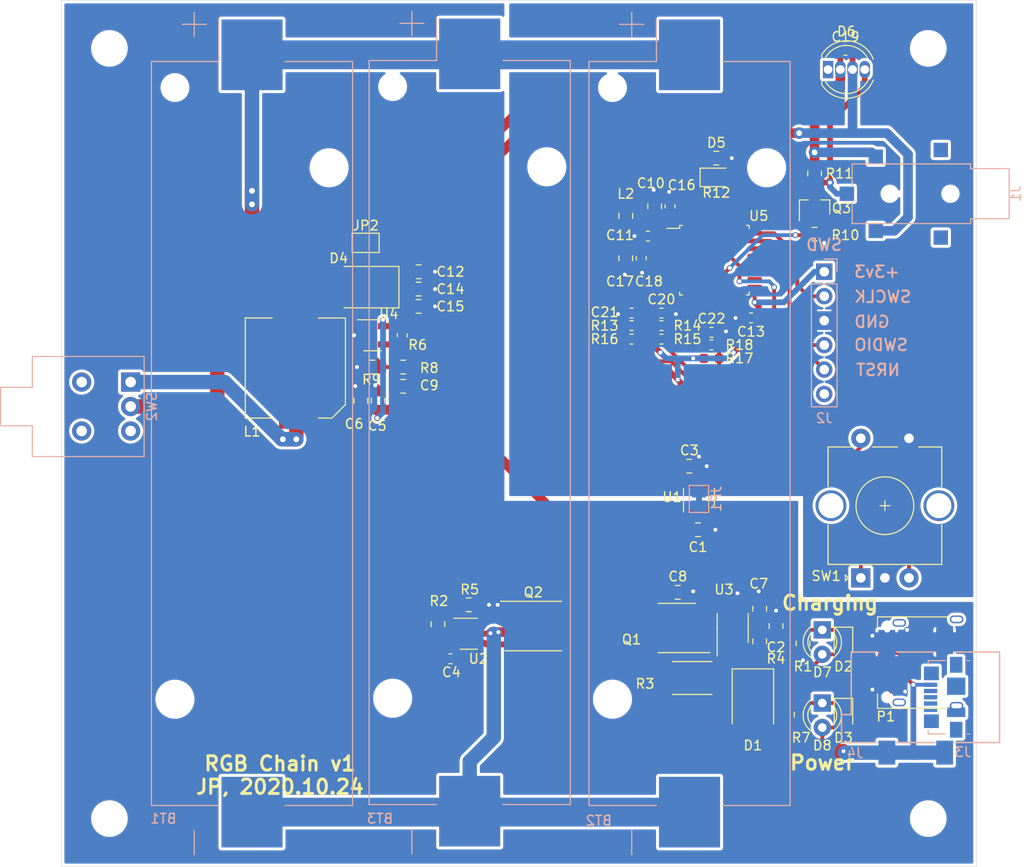
<source format=kicad_pcb>
(kicad_pcb (version 20171130) (host pcbnew "(5.1.5)-3")
  (layers (0 F.Cu signal) (31 B.Cu signal) (34 B.Paste user) (35 F.Paste user) (36 B.SilkS user) (37 F.SilkS user) (38 B.Mask user) (39 F.Mask user) (44 Edge.Cuts user))
  (net 0 "")
  (net 1 +BATT)
  (net 2 GNDPWR)
  (net 3 "Net-(C2-Pad1)")
  (net 4 GND)
  (net 5 +3V3)
  (net 6 "Net-(C4-Pad1)")
  (net 7 "Net-(C7-Pad1)")
  (net 8 +5V)
  (net 9 NRST)
  (net 10 +3.3VA)
  (net 11 VBUS)
  (net 12 "Net-(D2-Pad1)")
  (net 13 "Net-(D3-Pad1)")
  (net 14 LED)
  (net 15 "Net-(D5-Pad1)")
  (net 16 SWO)
  (net 17 SWDIO)
  (net 18 SWCLK)
  (net 19 "Net-(Q1-Pad4)")
  (net 20 "Net-(Q1-Pad1)")
  (net 21 "Net-(Q2-Pad4)")
  (net 22 "Net-(Q2-Pad2)")
  (net 23 USART_TX)
  (net 24 "Net-(R4-Pad1)")
  (net 25 "Net-(R5-Pad2)")
  (net 26 "Net-(R7-Pad1)")
  (net 27 "Net-(U1-Pad4)")
  (net 28 "Net-(U5-Pad30)")
  (net 29 "Net-(U5-Pad29)")
  (net 30 "Net-(U5-Pad28)")
  (net 31 "Net-(U5-Pad27)")
  (net 32 "Net-(U5-Pad26)")
  (net 33 "Net-(U5-Pad22)")
  (net 34 "Net-(U5-Pad21)")
  (net 35 "Net-(U5-Pad20)")
  (net 36 "Net-(U5-Pad19)")
  (net 37 "Net-(U5-Pad18)")
  (net 38 "Net-(U5-Pad15)")
  (net 39 "Net-(U5-Pad14)")
  (net 40 "Net-(U5-Pad13)")
  (net 41 "Net-(U5-Pad12)")
  (net 42 "Net-(U5-Pad10)")
  (net 43 "Net-(U5-Pad9)")
  (net 44 "Net-(U5-Pad3)")
  (net 45 "Net-(U5-Pad2)")
  (net 46 "Net-(D6-Pad4)")
  (net 47 "Net-(Q2-Pad5)")
  (net 48 /FB)
  (net 49 /EN)
  (net 50 /SW)
  (net 51 ENC_B)
  (net 52 ENC_A)
  (net 53 ENC_SWITCH)
  (net 54 "Net-(J3-Pad6)")
  (net 55 "Net-(J3-Pad4)")
  (net 56 "Net-(J3-Pad3)")
  (net 57 "Net-(J3-Pad2)")
  (net 58 "Net-(P1-PadB5)")
  (net 59 "Net-(P1-PadS1)")
  (net 60 "Net-(P1-PadA7)")
  (net 61 "Net-(P1-PadA6)")
  (net 62 "Net-(P1-PadA5)")
  (net 63 "Net-(R13-Pad1)")
  (net 64 "Net-(R14-Pad1)")
  (net 65 "Net-(R17-Pad1)")
  (net 66 POWER)
  (net 67 "Net-(SW2-Pad3)")
  (net 68 -BATT)
  (net 69 "Net-(D6-Pad1)")
  (module Battery:BatteryHolder_Keystone_1042_1x18650 (layer B.Cu) (at 57.4 64.9 270)
    (fp_text reference BT3 (at 40.1 9.31) (layer B.SilkS) (effects (justify mirror)))
    (fp_text value Li-Ion)
    (pad "" np_thru_hole circle (at -35.93 8 270) (size 2.39 2.39) (drill 2.39) (layers *.Cu *.Mask))
    (pad "" np_thru_hole circle (at -27.6 -8 270) (size 3.45 3.45) (drill 3.45) (layers *.Cu *.Mask))
    (pad "" np_thru_hole circle (at 27.6 8 270) (size 3.45 3.45) (drill 3.45) (layers *.Cu *.Mask))
    (pad 2 smd rect (at 39.33 0 270) (size 7.34 6.35) (layers B.Cu B.Paste B.Mask) (net 68 -BATT))
    (pad 1 smd rect (at -39.33 0 270) (size 7.34 6.35) (layers B.Cu B.Paste B.Mask) (net 1 +BATT))
  )
  (module JPConnectors:Jack_3.5mm_Lumberg_1503_03 (layer B.Cu) (at 109.3 40.1 90)
    (fp_text reference J1 (at 0 4.8 90) (layer B.SilkS) (effects (justify mirror)))
    (fp_text value AudioJack2_Ground)
    (pad "" smd rect (at 4.55 -3 90) (size 1.5 1.5) (layers B.Cu B.Paste B.Mask))
    (pad "" smd rect (at -4.55 -3 90) (size 1.5 1.5) (layers B.Cu B.Paste B.Mask))
    (pad "" np_thru_hole circle (at 0 -8.3 90) (size 1.3 1.3) (drill 1.3) (layers *.Cu *.Mask))
    (pad "" np_thru_hole circle (at 0 -2 90) (size 1.3 1.3) (drill 1.3) (layers *.Cu *.Mask))
    (pad T smd rect (at 0 -12.75 90) (size 1.5 1.5) (layers B.Cu B.Paste B.Mask) (net 46 "Net-(D6-Pad4)"))
    (pad G smd rect (at -3.85 -9.75) (size 1.5 1.5) (layers B.Cu B.Paste B.Mask) (net 2 GNDPWR))
    (pad S smd rect (at 3.85 -9.75 90) (size 1.5 1.5) (layers B.Cu B.Paste B.Mask) (net 8 +5V))
  )
  (module JPSwitches:NINIGI_5F_M6 (layer B.Cu) (at 22.2 62.2 90)
    (fp_text reference SW2 (at 0 2.2 90) (layer B.SilkS) (effects (justify mirror)))
    (fp_text value SW_SPDT)
    (pad "" thru_hole circle (at 2.54 -5.08 90) (size 2 2) (drill 1.1) (layers *.Cu *.Mask))
    (pad "" thru_hole circle (at -2.54 -5.08 90) (size 2 2) (drill 1.1) (layers *.Cu *.Mask))
    (pad 1 thru_hole rect (at 2.54 0 90) (size 2 2) (drill 1.1) (layers *.Cu *.Mask) (net 66 POWER))
    (pad 2 thru_hole circle (at 0 0 90) (size 2 2) (drill 1.1) (layers *.Cu *.Mask) (net 1 +BATT))
    (pad 3 thru_hole circle (at -2.54 0 90) (size 2 2) (drill 1.1) (layers *.Cu *.Mask) (net 67 "Net-(SW2-Pad3)"))
  )
  (module LED_THT:LED_D5.0mm-4_RGB (layer F.Cu) (at 94.6 27.2)
    (fp_text reference D6 (at 1.905 -3.96) (layer F.SilkS))
    (fp_text value WS2812D)
    (pad 4 thru_hole oval (at 3.81 0) (size 1.07 1.8) (drill 0.9) (layers *.Cu *.Mask) (net 46 "Net-(D6-Pad4)"))
    (pad 3 thru_hole oval (at 2.54 0) (size 1.07 1.8) (drill 0.9) (layers *.Cu *.Mask) (net 2 GNDPWR))
    (pad 2 thru_hole oval (at 1.27 0) (size 1.07 1.8) (drill 0.9) (layers *.Cu *.Mask) (net 8 +5V))
    (pad 1 thru_hole rect (at 0 0) (size 1.07 1.8) (drill 0.9) (layers *.Cu *.Mask) (net 69 "Net-(D6-Pad1)"))
  )
  (module LED_THT:LED_D3.0mm (layer F.Cu) (at 94 85.4 270)
    (fp_text reference D7 (at 4.4 0 180) (layer F.SilkS))
    (fp_text value "RED LED")
    (pad 2 thru_hole circle (at 2.54 0 270) (size 1.8 1.8) (drill 0.9) (layers *.Cu *.Mask) (net 3 "Net-(C2-Pad1)"))
    (pad 1 thru_hole rect (at 0 0 270) (size 1.8 1.8) (drill 0.9) (layers *.Cu *.Mask) (net 12 "Net-(D2-Pad1)"))
  )
  (module LED_THT:LED_D3.0mm (layer F.Cu) (at 94 93 270)
    (fp_text reference D8 (at 4.4 0 180) (layer F.SilkS))
    (fp_text value "RED LED")
    (pad 2 thru_hole circle (at 2.54 0 270) (size 1.8 1.8) (drill 0.9) (layers *.Cu *.Mask) (net 11 VBUS))
    (pad 1 thru_hole rect (at 0 0 270) (size 1.8 1.8) (drill 0.9) (layers *.Cu *.Mask) (net 13 "Net-(D3-Pad1)"))
  )
  (module Battery:BatteryHolder_Keystone_1042_1x18650 (layer B.Cu) (at 80.22 65 270)
    (fp_text reference BT2 (at 40.2 9.42) (layer B.SilkS) (effects (justify mirror)))
    (fp_text value Li-Ion)
    (pad "" np_thru_hole circle (at -35.93 8 270) (size 2.39 2.39) (drill 2.39) (layers *.Cu *.Mask))
    (pad "" np_thru_hole circle (at -27.6 -8 270) (size 3.45 3.45) (drill 3.45) (layers *.Cu *.Mask))
    (pad "" np_thru_hole circle (at 27.6 8 270) (size 3.45 3.45) (drill 3.45) (layers *.Cu *.Mask))
    (pad 2 smd rect (at 39.33 0 270) (size 7.34 6.35) (layers B.Cu B.Paste B.Mask) (net 68 -BATT))
    (pad 1 smd rect (at -39.33 0 270) (size 7.34 6.35) (layers B.Cu B.Paste B.Mask) (net 1 +BATT))
  )
  (module Battery:BatteryHolder_Keystone_1042_1x18650 (layer B.Cu) (at 34.8 65 270)
    (fp_text reference BT1 (at 40 9.2) (layer B.SilkS) (effects (justify mirror)))
    (fp_text value Li-Ion)
    (pad "" np_thru_hole circle (at -35.93 8 270) (size 2.39 2.39) (drill 2.39) (layers *.Cu *.Mask))
    (pad "" np_thru_hole circle (at -27.6 -8 270) (size 3.45 3.45) (drill 3.45) (layers *.Cu *.Mask))
    (pad "" np_thru_hole circle (at 27.6 8 270) (size 3.45 3.45) (drill 3.45) (layers *.Cu *.Mask))
    (pad 2 smd rect (at 39.33 0 270) (size 7.34 6.35) (layers B.Cu B.Paste B.Mask) (net 68 -BATT))
    (pad 1 smd rect (at -39.33 0 270) (size 7.34 6.35) (layers B.Cu B.Paste B.Mask) (net 1 +BATT))
  )
  (module Connector_PinHeader_2.54mm:PinHeader_1x06_P2.54mm_Vertical (layer B.Cu) (at 94.2 48.2 180)
    (fp_text reference J2 (at 0 -15.2) (layer B.SilkS) (effects (justify mirror)))
    (fp_text value SWD)
    (pad 6 thru_hole oval (at 0 -12.7 180) (size 1.7 1.7) (drill 1) (layers *.Cu *.Mask) (net 16 SWO))
    (pad 5 thru_hole oval (at 0 -10.16 180) (size 1.7 1.7) (drill 1) (layers *.Cu *.Mask) (net 9 NRST))
    (pad 4 thru_hole oval (at 0 -7.62 180) (size 1.7 1.7) (drill 1) (layers *.Cu *.Mask) (net 17 SWDIO))
    (pad 3 thru_hole oval (at 0 -5.08 180) (size 1.7 1.7) (drill 1) (layers *.Cu *.Mask) (net 4 GND))
    (pad 2 thru_hole oval (at 0 -2.54 180) (size 1.7 1.7) (drill 1) (layers *.Cu *.Mask) (net 18 SWCLK))
    (pad 1 thru_hole rect (at 0 0 180) (size 1.7 1.7) (drill 1) (layers *.Cu *.Mask) (net 5 +3V3))
  )
  (module MountingHole:MountingHole_3.2mm_M3 (layer F.Cu) (at 105 25)
    (fp_text reference H4 hide)
    (fp_text value MountingHole)
    (pad 1 np_thru_hole circle (at 0 0) (size 3.2 3.2) (drill 3.2) (layers *.Cu *.Mask))
  )
  (module MountingHole:MountingHole_3.2mm_M3 (layer F.Cu) (at 20 25)
    (fp_text reference H3 hide)
    (fp_text value MountingHole)
    (pad 1 np_thru_hole circle (at 0 0) (size 3.2 3.2) (drill 3.2) (layers *.Cu *.Mask))
  )
  (module MountingHole:MountingHole_3.2mm_M3 (layer F.Cu) (at 20 105)
    (fp_text reference H2 hide)
    (fp_text value MountingHole)
    (pad 1 np_thru_hole circle (at 0 0) (size 3.2 3.2) (drill 3.2) (layers *.Cu *.Mask))
  )
  (module MountingHole:MountingHole_3.2mm_M3 (layer F.Cu) (at 105 105)
    (fp_text reference H1 hide)
    (fp_text value MountingHole)
    (pad 1 np_thru_hole circle (at 0 0) (size 3.2 3.2) (drill 3.2) (layers *.Cu *.Mask))
  )
  (module Connector_USB:USB_C_Receptacle_Amphenol_12401610E4-2A (layer F.Cu) (at 105.1 88.8 90)
    (fp_text reference P1 (at -5.6 -4.5 180) (layer F.SilkS))
    (fp_text value USB_C_Plug_USB2.0)
    (pad B12 smd rect (at -3 -3.32 90) (size 0.3 0.7) (layers F.Cu F.Paste F.Mask) (net 2 GNDPWR))
    (pad B11 smd rect (at -2.5 -3.32 90) (size 0.3 0.7) (layers F.Cu F.Paste F.Mask))
    (pad B10 smd rect (at -2 -3.32 90) (size 0.3 0.7) (layers F.Cu F.Paste F.Mask))
    (pad B9 smd rect (at -1.5 -3.32 90) (size 0.3 0.7) (layers F.Cu F.Paste F.Mask) (net 11 VBUS))
    (pad B8 smd rect (at -1 -3.32 90) (size 0.3 0.7) (layers F.Cu F.Paste F.Mask))
    (pad B7 smd rect (at -0.5 -3.32 90) (size 0.3 0.7) (layers F.Cu F.Paste F.Mask))
    (pad B6 smd rect (at 0 -3.32 90) (size 0.3 0.7) (layers F.Cu F.Paste F.Mask))
    (pad B5 smd rect (at 0.5 -3.32 90) (size 0.3 0.7) (layers F.Cu F.Paste F.Mask) (net 58 "Net-(P1-PadB5)"))
    (pad B4 smd rect (at 1 -3.32 90) (size 0.3 0.7) (layers F.Cu F.Paste F.Mask) (net 11 VBUS))
    (pad B3 smd rect (at 1.5 -3.32 90) (size 0.3 0.7) (layers F.Cu F.Paste F.Mask))
    (pad B2 smd rect (at 2 -3.32 90) (size 0.3 0.7) (layers F.Cu F.Paste F.Mask))
    (pad "" np_thru_hole circle (at -3.6 -4.36 90) (size 0.65 0.65) (drill 0.65) (layers *.Cu *.Mask))
    (pad "" np_thru_hole oval (at 3.6 -4.36 90) (size 0.95 0.65) (drill oval 0.95 0.65) (layers *.Cu *.Mask))
    (pad S1 thru_hole oval (at -4.49 2.84 90) (size 0.8 1.4) (drill oval 0.5 1.1) (layers *.Cu *.Mask) (net 59 "Net-(P1-PadS1)"))
    (pad S1 thru_hole oval (at 4.49 2.84 90) (size 0.8 1.4) (drill oval 0.5 1.1) (layers *.Cu *.Mask) (net 59 "Net-(P1-PadS1)"))
    (pad S1 thru_hole oval (at 4.13 -3.11 90) (size 0.8 1.4) (drill oval 0.5 1.1) (layers *.Cu *.Mask) (net 59 "Net-(P1-PadS1)"))
    (pad B1 smd rect (at 2.5 -3.32 90) (size 0.3 0.7) (layers F.Cu F.Paste F.Mask) (net 2 GNDPWR))
    (pad A11 smd rect (at 2.25 -5.02 90) (size 0.3 0.7) (layers F.Cu F.Paste F.Mask))
    (pad A8 smd rect (at 0.75 -5.02 90) (size 0.3 0.7) (layers F.Cu F.Paste F.Mask))
    (pad A9 smd rect (at 1.25 -5.02 90) (size 0.3 0.7) (layers F.Cu F.Paste F.Mask) (net 11 VBUS))
    (pad A10 smd rect (at 1.75 -5.02 90) (size 0.3 0.7) (layers F.Cu F.Paste F.Mask))
    (pad A12 smd rect (at 2.75 -5.02 90) (size 0.3 0.7) (layers F.Cu F.Paste F.Mask) (net 2 GNDPWR))
    (pad A7 smd rect (at 0.25 -5.02 90) (size 0.3 0.7) (layers F.Cu F.Paste F.Mask) (net 60 "Net-(P1-PadA7)"))
    (pad A6 smd rect (at -0.25 -5.02 90) (size 0.3 0.7) (layers F.Cu F.Paste F.Mask) (net 61 "Net-(P1-PadA6)"))
    (pad A5 smd rect (at -0.75 -5.02 90) (size 0.3 0.7) (layers F.Cu F.Paste F.Mask) (net 62 "Net-(P1-PadA5)"))
    (pad A4 smd rect (at -1.25 -5.02 90) (size 0.3 0.7) (layers F.Cu F.Paste F.Mask) (net 11 VBUS))
    (pad A3 smd rect (at -1.75 -5.02 90) (size 0.3 0.7) (layers F.Cu F.Paste F.Mask))
    (pad A2 smd rect (at -2.25 -5.02 90) (size 0.3 0.7) (layers F.Cu F.Paste F.Mask))
    (pad A1 smd rect (at -2.75 -5.02 90) (size 0.3 0.7) (layers F.Cu F.Paste F.Mask) (net 2 GNDPWR))
    (pad S1 thru_hole oval (at -4.13 -3.11 90) (size 0.8 1.4) (drill oval 0.5 1.1) (layers *.Cu *.Mask) (net 59 "Net-(P1-PadS1)"))
  )
  (module Rotary_Encoder:RotaryEncoder_Alps_EC11E-Switch_Vertical_H20mm_CircularMountingHoles (layer F.Cu) (at 98 80 90)
    (fp_text reference SW1 (at 0.2 -3.6 180) (layer F.SilkS))
    (fp_text value Rotary_Encoder_Switch)
    (pad A thru_hole rect (at 0 0 90) (size 2 2) (drill 1) (layers *.Cu *.Mask) (net 63 "Net-(R13-Pad1)"))
    (pad C thru_hole circle (at 0 2.5 90) (size 2 2) (drill 1) (layers *.Cu *.Mask) (net 4 GND))
    (pad B thru_hole circle (at 0 5 90) (size 2 2) (drill 1) (layers *.Cu *.Mask) (net 64 "Net-(R14-Pad1)"))
    (pad MP thru_hole circle (at 7.5 -3.1 90) (size 3.2 3.2) (drill 2.6) (layers *.Cu *.Mask))
    (pad MP thru_hole circle (at 7.5 8.1 90) (size 3.2 3.2) (drill 2.6) (layers *.Cu *.Mask))
    (pad S2 thru_hole circle (at 14.5 0 90) (size 2 2) (drill 1) (layers *.Cu *.Mask) (net 65 "Net-(R17-Pad1)"))
    (pad S1 thru_hole circle (at 14.5 5 90) (size 2 2) (drill 1) (layers *.Cu *.Mask) (net 4 GND))
  )
  (module Resistor_SMD:R_0603_1608Metric (layer F.Cu) (at 82.5 55.8)
    (fp_text reference R18 (at 2.9 0) (layer F.SilkS))
    (fp_text value 10k)
    (pad 2 smd roundrect (at 0.7875 0) (size 0.875 0.95) (layers F.Cu F.Paste F.Mask) (net 65 "Net-(R17-Pad1)"))
    (pad 1 smd roundrect (at -0.7875 0) (size 0.875 0.95) (layers F.Cu F.Paste F.Mask) (net 53 ENC_SWITCH))
  )
  (module Resistor_SMD:R_0603_1608Metric (layer F.Cu) (at 82.5 57.2 180)
    (fp_text reference R17 (at -2.9 0) (layer F.SilkS))
    (fp_text value 100k)
    (pad 2 smd roundrect (at 0.7875 0 180) (size 0.875 0.95) (layers F.Cu F.Paste F.Mask) (net 5 +3V3))
    (pad 1 smd roundrect (at -0.7875 0 180) (size 0.875 0.95) (layers F.Cu F.Paste F.Mask) (net 65 "Net-(R17-Pad1)"))
  )
  (module Resistor_SMD:R_0603_1608Metric (layer F.Cu) (at 74.2 55.2)
    (fp_text reference R16 (at -2.8 0) (layer F.SilkS))
    (fp_text value 100k)
    (pad 2 smd roundrect (at 0.7875 0) (size 0.875 0.95) (layers F.Cu F.Paste F.Mask) (net 5 +3V3))
    (pad 1 smd roundrect (at -0.7875 0) (size 0.875 0.95) (layers F.Cu F.Paste F.Mask) (net 63 "Net-(R13-Pad1)"))
  )
  (module Resistor_SMD:R_0603_1608Metric (layer F.Cu) (at 77.3 55.2 180)
    (fp_text reference R15 (at -2.7 0) (layer F.SilkS))
    (fp_text value 100k)
    (pad 2 smd roundrect (at 0.7875 0 180) (size 0.875 0.95) (layers F.Cu F.Paste F.Mask) (net 5 +3V3))
    (pad 1 smd roundrect (at -0.7875 0 180) (size 0.875 0.95) (layers F.Cu F.Paste F.Mask) (net 64 "Net-(R14-Pad1)"))
  )
  (module Resistor_SMD:R_0603_1608Metric (layer F.Cu) (at 77.3 53.8 180)
    (fp_text reference R14 (at -2.7 0) (layer F.SilkS))
    (fp_text value 10k)
    (pad 2 smd roundrect (at 0.7875 0 180) (size 0.875 0.95) (layers F.Cu F.Paste F.Mask) (net 51 ENC_B))
    (pad 1 smd roundrect (at -0.7875 0 180) (size 0.875 0.95) (layers F.Cu F.Paste F.Mask) (net 64 "Net-(R14-Pad1)"))
  )
  (module Resistor_SMD:R_0603_1608Metric (layer F.Cu) (at 74.2 53.8)
    (fp_text reference R13 (at -2.8 0) (layer F.SilkS))
    (fp_text value 10k)
    (pad 2 smd roundrect (at 0.7875 0) (size 0.875 0.95) (layers F.Cu F.Paste F.Mask) (net 52 ENC_A))
    (pad 1 smd roundrect (at -0.7875 0) (size 0.875 0.95) (layers F.Cu F.Paste F.Mask) (net 63 "Net-(R13-Pad1)"))
  )
  (module JPConnectors:PowerSocketSMD (layer B.Cu) (at 106.7 92.4 90)
    (fp_text reference J4 (at -5.8 -9.3 180) (layer B.SilkS) (effects (justify mirror)))
    (fp_text value Barrel_Jack)
    (pad 1 smd rect (at -5.75 -6 90) (size 2.5 1.75) (layers B.Cu B.Paste B.Mask) (net 11 VBUS))
    (pad 1 smd rect (at -5.75 0 90) (size 2.5 1.75) (layers B.Cu B.Paste B.Mask) (net 11 VBUS))
    (pad 2 smd rect (at 5.75 -6 90) (size 2.5 1.75) (layers B.Cu B.Paste B.Mask) (net 2 GNDPWR))
    (pad 2 smd rect (at 5.75 0 90) (size 2.5 1.75) (layers B.Cu B.Paste B.Mask) (net 2 GNDPWR))
  )
  (module Connector_USB:USB_Micro-B_Molex_47346-0001 (layer B.Cu) (at 106.7 92.4 270)
    (fp_text reference J3 (at 5.7 -1.9 180) (layer B.SilkS) (effects (justify mirror)))
    (fp_text value USB_B_Micro)
    (pad 6 smd rect (at 1.55 -1.2 270) (size 1 1.9) (layers B.Cu B.Paste B.Mask) (net 54 "Net-(J3-Pad6)"))
    (pad 6 smd rect (at -1.15 -1.2 270) (size 1.8 1.9) (layers B.Cu B.Paste B.Mask) (net 54 "Net-(J3-Pad6)"))
    (pad 6 smd rect (at 3.375 -1.2 270) (size 1.65 1.3) (layers B.Cu B.Paste B.Mask) (net 54 "Net-(J3-Pad6)"))
    (pad 6 smd rect (at -3.375 -1.2 270) (size 1.65 1.3) (layers B.Cu B.Paste B.Mask) (net 54 "Net-(J3-Pad6)"))
    (pad 6 smd rect (at 2.4875 1.375 270) (size 1.425 1.55) (layers B.Cu B.Paste B.Mask) (net 54 "Net-(J3-Pad6)"))
    (pad 6 smd rect (at -2.4875 1.375 270) (size 1.425 1.55) (layers B.Cu B.Paste B.Mask) (net 54 "Net-(J3-Pad6)"))
    (pad 5 smd rect (at 1.3 1.46 270) (size 0.45 1.38) (layers B.Cu B.Paste B.Mask) (net 2 GNDPWR))
    (pad 4 smd rect (at 0.65 1.46 270) (size 0.45 1.38) (layers B.Cu B.Paste B.Mask) (net 55 "Net-(J3-Pad4)"))
    (pad 3 smd rect (at 0 1.46 270) (size 0.45 1.38) (layers B.Cu B.Paste B.Mask) (net 56 "Net-(J3-Pad3)"))
    (pad 2 smd rect (at -0.65 1.46 270) (size 0.45 1.38) (layers B.Cu B.Paste B.Mask) (net 57 "Net-(J3-Pad2)"))
    (pad 1 smd rect (at -1.3 1.46 270) (size 0.45 1.38) (layers B.Cu B.Paste B.Mask) (net 11 VBUS))
  )
  (module Capacitor_SMD:C_0603_1608Metric (layer F.Cu) (at 82.5 54.5)
    (fp_text reference C22 (at 0 -1.43) (layer F.SilkS))
    (fp_text value 100n)
    (pad 2 smd roundrect (at 0.7875 0) (size 0.875 0.95) (layers F.Cu F.Paste F.Mask) (net 4 GND))
    (pad 1 smd roundrect (at -0.7875 0) (size 0.875 0.95) (layers F.Cu F.Paste F.Mask) (net 53 ENC_SWITCH))
  )
  (module Capacitor_SMD:C_0603_1608Metric (layer F.Cu) (at 74.2 52.5 180)
    (fp_text reference C21 (at 2.8 0.1) (layer F.SilkS))
    (fp_text value 100n)
    (pad 2 smd roundrect (at 0.7875 0 180) (size 0.875 0.95) (layers F.Cu F.Paste F.Mask) (net 4 GND))
    (pad 1 smd roundrect (at -0.7875 0 180) (size 0.875 0.95) (layers F.Cu F.Paste F.Mask) (net 52 ENC_A))
  )
  (module Capacitor_SMD:C_0603_1608Metric (layer F.Cu) (at 77.3 52.5)
    (fp_text reference C20 (at 0 -1.43) (layer F.SilkS))
    (fp_text value 100n)
    (pad 2 smd roundrect (at 0.7875 0) (size 0.875 0.95) (layers F.Cu F.Paste F.Mask) (net 4 GND))
    (pad 1 smd roundrect (at -0.7875 0) (size 0.875 0.95) (layers F.Cu F.Paste F.Mask) (net 51 ENC_B))
  )
  (module Resistor_SMD:R_0805_2012Metric (layer F.Cu) (at 47.3 58.1 180)
    (fp_text reference R9 (at 0.1 -1.3) (layer F.SilkS))
    (fp_text value 10k)
    (pad 2 smd roundrect (at 0.9375 0 180) (size 0.975 1.4) (layers F.Cu F.Paste F.Mask) (net 2 GNDPWR))
    (pad 1 smd roundrect (at -0.9375 0 180) (size 0.975 1.4) (layers F.Cu F.Paste F.Mask) (net 48 /FB))
  )
  (module Resistor_SMD:R_2512_6332Metric (layer F.Cu) (at 80.5 90.4)
    (fp_text reference R3 (at -4.9 0.6) (layer F.SilkS))
    (fp_text value 110m)
    (pad 2 smd roundrect (at 2.9 0) (size 1.35 3.35) (layers F.Cu F.Paste F.Mask) (roundrect_rratio 0.185185) (net 3 "Net-(C2-Pad1)"))
    (pad 1 smd roundrect (at -2.9 0) (size 1.35 3.35) (layers F.Cu F.Paste F.Mask) (roundrect_rratio 0.185185) (net 20 "Net-(Q1-Pad1)"))
  )
  (module Package_QFP:LQFP-32_7x7mm_P0.8mm (layer F.Cu) (at 82.8 47)
    (fp_text reference U5 (at 4.6 -4.6) (layer F.SilkS))
    (fp_text value STM32L051K8Tx)
    (pad 32 smd roundrect (at -2.8 -4.175) (size 0.5 1.5) (layers F.Cu F.Paste F.Mask) (net 4 GND))
    (pad 31 smd roundrect (at -2 -4.175) (size 0.5 1.5) (layers F.Cu F.Paste F.Mask) (net 4 GND))
    (pad 30 smd roundrect (at -1.2 -4.175) (size 0.5 1.5) (layers F.Cu F.Paste F.Mask) (net 28 "Net-(U5-Pad30)"))
    (pad 29 smd roundrect (at -0.4 -4.175) (size 0.5 1.5) (layers F.Cu F.Paste F.Mask) (net 29 "Net-(U5-Pad29)"))
    (pad 28 smd roundrect (at 0.4 -4.175) (size 0.5 1.5) (layers F.Cu F.Paste F.Mask) (net 30 "Net-(U5-Pad28)"))
    (pad 27 smd roundrect (at 1.2 -4.175) (size 0.5 1.5) (layers F.Cu F.Paste F.Mask) (net 31 "Net-(U5-Pad27)"))
    (pad 26 smd roundrect (at 2 -4.175) (size 0.5 1.5) (layers F.Cu F.Paste F.Mask) (net 32 "Net-(U5-Pad26)"))
    (pad 25 smd roundrect (at 2.8 -4.175) (size 0.5 1.5) (layers F.Cu F.Paste F.Mask) (net 14 LED))
    (pad 24 smd roundrect (at 4.175 -2.8) (size 1.5 0.5) (layers F.Cu F.Paste F.Mask) (net 18 SWCLK))
    (pad 23 smd roundrect (at 4.175 -2) (size 1.5 0.5) (layers F.Cu F.Paste F.Mask) (net 17 SWDIO))
    (pad 22 smd roundrect (at 4.175 -1.2) (size 1.5 0.5) (layers F.Cu F.Paste F.Mask) (net 33 "Net-(U5-Pad22)"))
    (pad 21 smd roundrect (at 4.175 -0.4) (size 1.5 0.5) (layers F.Cu F.Paste F.Mask) (net 34 "Net-(U5-Pad21)"))
    (pad 20 smd roundrect (at 4.175 0.4) (size 1.5 0.5) (layers F.Cu F.Paste F.Mask) (net 35 "Net-(U5-Pad20)"))
    (pad 19 smd roundrect (at 4.175 1.2) (size 1.5 0.5) (layers F.Cu F.Paste F.Mask) (net 36 "Net-(U5-Pad19)"))
    (pad 18 smd roundrect (at 4.175 2) (size 1.5 0.5) (layers F.Cu F.Paste F.Mask) (net 37 "Net-(U5-Pad18)"))
    (pad 17 smd roundrect (at 4.175 2.8) (size 1.5 0.5) (layers F.Cu F.Paste F.Mask) (net 5 +3V3))
    (pad 16 smd roundrect (at 2.8 4.175) (size 0.5 1.5) (layers F.Cu F.Paste F.Mask) (net 4 GND))
    (pad 15 smd roundrect (at 2 4.175) (size 0.5 1.5) (layers F.Cu F.Paste F.Mask) (net 38 "Net-(U5-Pad15)"))
    (pad 14 smd roundrect (at 1.2 4.175) (size 0.5 1.5) (layers F.Cu F.Paste F.Mask) (net 39 "Net-(U5-Pad14)"))
    (pad 13 smd roundrect (at 0.4 4.175) (size 0.5 1.5) (layers F.Cu F.Paste F.Mask) (net 40 "Net-(U5-Pad13)"))
    (pad 12 smd roundrect (at -0.4 4.175) (size 0.5 1.5) (layers F.Cu F.Paste F.Mask) (net 41 "Net-(U5-Pad12)"))
    (pad 11 smd roundrect (at -1.2 4.175) (size 0.5 1.5) (layers F.Cu F.Paste F.Mask) (net 53 ENC_SWITCH))
    (pad 10 smd roundrect (at -2 4.175) (size 0.5 1.5) (layers F.Cu F.Paste F.Mask) (net 42 "Net-(U5-Pad10)"))
    (pad 9 smd roundrect (at -2.8 4.175) (size 0.5 1.5) (layers F.Cu F.Paste F.Mask) (net 43 "Net-(U5-Pad9)"))
    (pad 8 smd roundrect (at -4.175 2.8) (size 1.5 0.5) (layers F.Cu F.Paste F.Mask) (net 23 USART_TX))
    (pad 7 smd roundrect (at -4.175 2) (size 1.5 0.5) (layers F.Cu F.Paste F.Mask) (net 51 ENC_B))
    (pad 6 smd roundrect (at -4.175 1.2) (size 1.5 0.5) (layers F.Cu F.Paste F.Mask) (net 52 ENC_A))
    (pad 5 smd roundrect (at -4.175 0.4) (size 1.5 0.5) (layers F.Cu F.Paste F.Mask) (net 10 +3.3VA))
    (pad 4 smd roundrect (at -4.175 -0.4) (size 1.5 0.5) (layers F.Cu F.Paste F.Mask) (net 9 NRST))
    (pad 3 smd roundrect (at -4.175 -1.2) (size 1.5 0.5) (layers F.Cu F.Paste F.Mask) (net 44 "Net-(U5-Pad3)"))
    (pad 2 smd roundrect (at -4.175 -2) (size 1.5 0.5) (layers F.Cu F.Paste F.Mask) (net 45 "Net-(U5-Pad2)"))
    (pad 1 smd roundrect (at -4.175 -2.8) (size 1.5 0.5) (layers F.Cu F.Paste F.Mask) (net 5 +3V3))
  )
  (module Package_TO_SOT_SMD:SOT-23-5 (layer F.Cu) (at 47.3 54.8)
    (fp_text reference U4 (at 1.7 -2.2) (layer F.SilkS))
    (fp_text value LM2735XMF)
    (pad 5 smd rect (at 1.1 -0.95) (size 1.06 0.65) (layers F.Cu F.Paste F.Mask) (net 66 POWER))
    (pad 4 smd rect (at 1.1 0.95) (size 1.06 0.65) (layers F.Cu F.Paste F.Mask) (net 49 /EN))
    (pad 3 smd rect (at -1.1 0.95) (size 1.06 0.65) (layers F.Cu F.Paste F.Mask) (net 48 /FB))
    (pad 2 smd rect (at -1.1 0) (size 1.06 0.65) (layers F.Cu F.Paste F.Mask) (net 2 GNDPWR))
    (pad 1 smd rect (at -1.1 -0.95) (size 1.06 0.65) (layers F.Cu F.Paste F.Mask) (net 50 /SW))
  )
  (module Package_SO:MSOP-8_3x3mm_P0.65mm (layer F.Cu) (at 84.7 85.2 90)
    (fp_text reference U3 (at 4 -0.9 180) (layer F.SilkS))
    (fp_text value MCP73843-4.2)
    (pad 8 smd roundrect (at 2.1125 -0.975 90) (size 1.625 0.5) (layers F.Cu F.Paste F.Mask) (net 19 "Net-(Q1-Pad4)"))
    (pad 7 smd roundrect (at 2.1125 -0.325 90) (size 1.625 0.5) (layers F.Cu F.Paste F.Mask) (net 1 +BATT))
    (pad 6 smd roundrect (at 2.1125 0.325 90) (size 1.625 0.5) (layers F.Cu F.Paste F.Mask) (net 2 GNDPWR))
    (pad 5 smd roundrect (at 2.1125 0.975 90) (size 1.625 0.5) (layers F.Cu F.Paste F.Mask) (net 7 "Net-(C7-Pad1)"))
    (pad 4 smd roundrect (at -2.1125 0.975 90) (size 1.625 0.5) (layers F.Cu F.Paste F.Mask) (net 24 "Net-(R4-Pad1)"))
    (pad 3 smd roundrect (at -2.1125 0.325 90) (size 1.625 0.5) (layers F.Cu F.Paste F.Mask) (net 26 "Net-(R7-Pad1)"))
    (pad 2 smd roundrect (at -2.1125 -0.325 90) (size 1.625 0.5) (layers F.Cu F.Paste F.Mask) (net 3 "Net-(C2-Pad1)"))
    (pad 1 smd roundrect (at -2.1125 -0.975 90) (size 1.625 0.5) (layers F.Cu F.Paste F.Mask) (net 20 "Net-(Q1-Pad1)"))
  )
  (module Package_TO_SOT_SMD:SOT-23-5 (layer F.Cu) (at 57.3 85.8)
    (fp_text reference U2 (at 1 2.6) (layer F.SilkS))
    (fp_text value AP9101CK)
    (pad 5 smd rect (at 1.1 -0.95) (size 1.06 0.65) (layers F.Cu F.Paste F.Mask) (net 22 "Net-(Q2-Pad2)"))
    (pad 4 smd rect (at 1.1 0.95) (size 1.06 0.65) (layers F.Cu F.Paste F.Mask) (net 21 "Net-(Q2-Pad4)"))
    (pad 3 smd rect (at -1.1 0.95) (size 1.06 0.65) (layers F.Cu F.Paste F.Mask) (net 68 -BATT))
    (pad 2 smd rect (at -1.1 0) (size 1.06 0.65) (layers F.Cu F.Paste F.Mask) (net 6 "Net-(C4-Pad1)"))
    (pad 1 smd rect (at -1.1 -0.95) (size 1.06 0.65) (layers F.Cu F.Paste F.Mask) (net 25 "Net-(R5-Pad2)"))
  )
  (module Package_TO_SOT_SMD:SOT-23-5 (layer F.Cu) (at 81.2 71.6 90)
    (fp_text reference U1 (at 0 -2.8 180) (layer F.SilkS))
    (fp_text value TPS782-DDC)
    (pad 5 smd rect (at 1.1 -0.95 90) (size 1.06 0.65) (layers F.Cu F.Paste F.Mask) (net 5 +3V3))
    (pad 4 smd rect (at 1.1 0.95 90) (size 1.06 0.65) (layers F.Cu F.Paste F.Mask) (net 27 "Net-(U1-Pad4)"))
    (pad 3 smd rect (at -1.1 0.95 90) (size 1.06 0.65) (layers F.Cu F.Paste F.Mask) (net 66 POWER))
    (pad 2 smd rect (at -1.1 0 90) (size 1.06 0.65) (layers F.Cu F.Paste F.Mask) (net 4 GND))
    (pad 1 smd rect (at -1.1 -0.95 90) (size 1.06 0.65) (layers F.Cu F.Paste F.Mask) (net 66 POWER))
  )
  (module Resistor_SMD:R_0805_2012Metric (layer F.Cu) (at 83 36.4 180)
    (fp_text reference R12 (at 0 -3.6) (layer F.SilkS))
    (fp_text value 1k5)
    (pad 2 smd roundrect (at 0.9375 0 180) (size 0.975 1.4) (layers F.Cu F.Paste F.Mask) (net 15 "Net-(D5-Pad1)"))
    (pad 1 smd roundrect (at -0.9375 0 180) (size 0.975 1.4) (layers F.Cu F.Paste F.Mask) (net 4 GND))
  )
  (module Resistor_SMD:R_0805_2012Metric (layer F.Cu) (at 93.2 38 270)
    (fp_text reference R11 (at 0 -2.6 180) (layer F.SilkS))
    (fp_text value 47k)
    (pad 2 smd roundrect (at 0.9375 0 270) (size 0.975 1.4) (layers F.Cu F.Paste F.Mask) (net 46 "Net-(D6-Pad4)"))
    (pad 1 smd roundrect (at -0.9375 0 270) (size 0.975 1.4) (layers F.Cu F.Paste F.Mask) (net 8 +5V))
  )
  (module Resistor_SMD:R_0805_2012Metric (layer F.Cu) (at 93.2 44.3)
    (fp_text reference R10 (at 3.2 0.1) (layer F.SilkS))
    (fp_text value 100k)
    (pad 2 smd roundrect (at 0.9375 0) (size 0.975 1.4) (layers F.Cu F.Paste F.Mask) (net 4 GND))
    (pad 1 smd roundrect (at -0.9375 0) (size 0.975 1.4) (layers F.Cu F.Paste F.Mask) (net 23 USART_TX))
  )
  (module Resistor_SMD:R_0805_2012Metric (layer F.Cu) (at 50.5 58.1 180)
    (fp_text reference R8 (at -2.7 -0.1) (layer F.SilkS))
    (fp_text value 30k)
    (pad 2 smd roundrect (at 0.9375 0 180) (size 0.975 1.4) (layers F.Cu F.Paste F.Mask) (net 48 /FB))
    (pad 1 smd roundrect (at -0.9375 0 180) (size 0.975 1.4) (layers F.Cu F.Paste F.Mask) (net 8 +5V))
  )
  (module Resistor_SMD:R_0805_2012Metric (layer F.Cu) (at 91.8 94.2 90)
    (fp_text reference R7 (at -2.4 0 180) (layer F.SilkS))
    (fp_text value 3k3)
    (pad 2 smd roundrect (at 0.9375 0 90) (size 0.975 1.4) (layers F.Cu F.Paste F.Mask) (net 13 "Net-(D3-Pad1)"))
    (pad 1 smd roundrect (at -0.9375 0 90) (size 0.975 1.4) (layers F.Cu F.Paste F.Mask) (net 26 "Net-(R7-Pad1)"))
  )
  (module Resistor_SMD:R_0603_1608Metric (layer F.Cu) (at 50.4 54.8 270)
    (fp_text reference R6 (at 1 -1.6 180) (layer F.SilkS))
    (fp_text value 10k)
    (pad 2 smd roundrect (at 0.7875 0 270) (size 0.875 0.95) (layers F.Cu F.Paste F.Mask) (net 49 /EN))
    (pad 1 smd roundrect (at -0.7875 0 270) (size 0.875 0.95) (layers F.Cu F.Paste F.Mask) (net 66 POWER))
  )
  (module Resistor_SMD:R_0805_2012Metric (layer F.Cu) (at 57.3 82.8 180)
    (fp_text reference R5 (at -0.1 1.6) (layer F.SilkS))
    (fp_text value 2k7)
    (pad 2 smd roundrect (at 0.9375 0 180) (size 0.975 1.4) (layers F.Cu F.Paste F.Mask) (net 25 "Net-(R5-Pad2)"))
    (pad 1 smd roundrect (at -0.9375 0 180) (size 0.975 1.4) (layers F.Cu F.Paste F.Mask) (net 2 GNDPWR))
  )
  (module Resistor_SMD:R_0805_2012Metric (layer F.Cu) (at 87.5 86.6 90)
    (fp_text reference R4 (at -1.8 1.7 180) (layer F.SilkS))
    (fp_text value 100k)
    (pad 2 smd roundrect (at 0.9375 0 90) (size 0.975 1.4) (layers F.Cu F.Paste F.Mask) (net 3 "Net-(C2-Pad1)"))
    (pad 1 smd roundrect (at -0.9375 0 90) (size 0.975 1.4) (layers F.Cu F.Paste F.Mask) (net 24 "Net-(R4-Pad1)"))
  )
  (module Resistor_SMD:R_0805_2012Metric (layer F.Cu) (at 54.1 84.8 270)
    (fp_text reference R2 (at -2.4 -0.1 180) (layer F.SilkS))
    (fp_text value 330)
    (pad 2 smd roundrect (at 0.9375 0 270) (size 0.975 1.4) (layers F.Cu F.Paste F.Mask) (net 6 "Net-(C4-Pad1)"))
    (pad 1 smd roundrect (at -0.9375 0 270) (size 0.975 1.4) (layers F.Cu F.Paste F.Mask) (net 1 +BATT))
  )
  (module Resistor_SMD:R_0805_2012Metric (layer F.Cu) (at 92 86.8 90)
    (fp_text reference R1 (at -2.4 0 180) (layer F.SilkS))
    (fp_text value 3k3)
    (pad 2 smd roundrect (at 0.9375 0 90) (size 0.975 1.4) (layers F.Cu F.Paste F.Mask) (net 12 "Net-(D2-Pad1)"))
    (pad 1 smd roundrect (at -0.9375 0 90) (size 0.975 1.4) (layers F.Cu F.Paste F.Mask) (net 2 GNDPWR))
  )
  (module Package_TO_SOT_SMD:SOT-23 (layer F.Cu) (at 93.2 41.5 90)
    (fp_text reference Q3 (at -0.1 2.8 180) (layer F.SilkS))
    (fp_text value IRLML2502)
    (pad 3 smd rect (at 1 0 90) (size 0.9 0.8) (layers F.Cu F.Paste F.Mask) (net 46 "Net-(D6-Pad4)"))
    (pad 2 smd rect (at -1 0.95 90) (size 0.9 0.8) (layers F.Cu F.Paste F.Mask) (net 4 GND))
    (pad 1 smd rect (at -1 -0.95 90) (size 0.9 0.8) (layers F.Cu F.Paste F.Mask) (net 23 USART_TX))
  )
  (module Package_SO:PowerPAK_SO-8_Dual (layer F.Cu) (at 64 85)
    (fp_text reference Q2 (at 0 -3.5) (layer F.SilkS))
    (fp_text value SQJB80EP)
    (pad 6 smd rect (at 0.69 1.13) (size 3.81 1.65) (layers F.Cu F.Paste F.Mask) (net 47 "Net-(Q2-Pad5)"))
    (pad 5 smd rect (at 0.69 -1.13) (size 3.81 1.65) (layers F.Cu F.Paste F.Mask) (net 47 "Net-(Q2-Pad5)"))
    (pad 5 smd rect (at 2.795 -1.905) (size 1.02 0.61) (layers F.Cu F.Paste F.Mask) (net 47 "Net-(Q2-Pad5)"))
    (pad 5 smd rect (at 2.795 -0.635) (size 1.02 0.61) (layers F.Cu F.Paste F.Mask) (net 47 "Net-(Q2-Pad5)"))
    (pad 6 smd rect (at 2.795 0.635) (size 1.02 0.61) (layers F.Cu F.Paste F.Mask) (net 47 "Net-(Q2-Pad5)"))
    (pad 6 smd rect (at 2.795 1.905) (size 1.02 0.61) (layers F.Cu F.Paste F.Mask) (net 47 "Net-(Q2-Pad5)"))
    (pad 4 smd rect (at -2.67 1.905) (size 1.27 0.61) (layers F.Cu F.Paste F.Mask) (net 21 "Net-(Q2-Pad4)"))
    (pad 3 smd rect (at -2.67 0.635) (size 1.27 0.61) (layers F.Cu F.Paste F.Mask) (net 68 -BATT))
    (pad 2 smd rect (at -2.67 -0.635) (size 1.27 0.61) (layers F.Cu F.Paste F.Mask) (net 22 "Net-(Q2-Pad2)"))
    (pad 1 smd rect (at -2.67 -1.905) (size 1.27 0.61) (layers F.Cu F.Paste F.Mask) (net 2 GNDPWR))
  )
  (module Package_SO:SOIC-8_3.9x4.9mm_P1.27mm (layer F.Cu) (at 78.9 85.2 180)
    (fp_text reference Q1 (at 4.7 -1.2) (layer F.SilkS))
    (fp_text value IRF7404)
    (pad 8 smd roundrect (at 2.475 -1.905 180) (size 1.95 0.6) (layers F.Cu F.Paste F.Mask) (net 1 +BATT))
    (pad 7 smd roundrect (at 2.475 -0.635 180) (size 1.95 0.6) (layers F.Cu F.Paste F.Mask) (net 1 +BATT))
    (pad 6 smd roundrect (at 2.475 0.635 180) (size 1.95 0.6) (layers F.Cu F.Paste F.Mask) (net 1 +BATT))
    (pad 5 smd roundrect (at 2.475 1.905 180) (size 1.95 0.6) (layers F.Cu F.Paste F.Mask) (net 1 +BATT))
    (pad 4 smd roundrect (at -2.475 1.905 180) (size 1.95 0.6) (layers F.Cu F.Paste F.Mask) (net 19 "Net-(Q1-Pad4)"))
    (pad 3 smd roundrect (at -2.475 0.635 180) (size 1.95 0.6) (layers F.Cu F.Paste F.Mask) (net 20 "Net-(Q1-Pad1)"))
    (pad 2 smd roundrect (at -2.475 -0.635 180) (size 1.95 0.6) (layers F.Cu F.Paste F.Mask) (net 20 "Net-(Q1-Pad1)"))
    (pad 1 smd roundrect (at -2.475 -1.905 180) (size 1.95 0.6) (layers F.Cu F.Paste F.Mask) (net 20 "Net-(Q1-Pad1)"))
  )
  (module Inductor_SMD:L_0805_2012Metric (layer F.Cu) (at 73.6 42.4 270)
    (fp_text reference L2 (at -2.3 0 180) (layer F.SilkS))
    (fp_text value 10u)
    (pad 2 smd roundrect (at 0.9375 0 270) (size 0.975 1.4) (layers F.Cu F.Paste F.Mask) (net 10 +3.3VA))
    (pad 1 smd roundrect (at -0.9375 0 270) (size 0.975 1.4) (layers F.Cu F.Paste F.Mask) (net 5 +3V3))
  )
  (module JPInductors:L_Wuerth_WE-PDF_Handsoldering (layer F.Cu) (at 39.3 58.2 90)
    (fp_text reference L1 (at -6.6 -4.5 180) (layer F.SilkS))
    (fp_text value "7447713100 10u")
    (pad 1 smd rect (at -4.6 0 90) (size 3.4 3.4) (layers F.Cu F.Paste F.Mask) (net 66 POWER))
    (pad 2 smd rect (at 4.6 0 90) (size 3.4 3.4) (layers F.Cu F.Paste F.Mask) (net 50 /SW))
  )
  (module Jumper:SolderJumper-2_P1.3mm_Open_Pad1.0x1.5mm (layer F.Cu) (at 46.6 45.2)
    (fp_text reference JP2 (at 0 -1.8) (layer F.SilkS))
    (fp_text value 0)
    (pad 1 smd rect (at -0.65 0) (size 1 1.5) (layers F.Cu F.Mask) (net 1 +BATT))
    (pad 2 smd rect (at 0.65 0) (size 1 1.5) (layers F.Cu F.Mask) (net 8 +5V))
  )
  (module Jumper:SolderJumper-2_P1.3mm_Bridged_Pad1.0x1.5mm (layer B.Cu) (at 81.2 71.8 90)
    (fp_text reference JP1 (at 0 1.8 270) (layer B.SilkS) (effects (justify mirror)))
    (fp_text value 0)
    (fp_poly (pts (xy -0.25 0.3) (xy 0.25 0.3) (xy 0.25 -0.3) (xy -0.25 -0.3)) (layer B.Cu) (width 0))
    (pad 2 smd rect (at 0.65 0 90) (size 1 1.5) (layers B.Cu B.Mask) (net 4 GND))
    (pad 1 smd rect (at -0.65 0 90) (size 1 1.5) (layers B.Cu B.Mask) (net 2 GNDPWR))
  )
  (module LED_SMD:LED_0805_2012Metric (layer F.Cu) (at 83 38.4)
    (fp_text reference D5 (at 0 -3.6) (layer F.SilkS))
    (fp_text value LED)
    (pad 2 smd roundrect (at 0.9375 0) (size 0.975 1.4) (layers F.Cu F.Paste F.Mask) (net 14 LED))
    (pad 1 smd roundrect (at -0.9375 0) (size 0.975 1.4) (layers F.Cu F.Paste F.Mask) (net 15 "Net-(D5-Pad1)"))
  )
  (module Diode_SMD:D_SMB (layer F.Cu) (at 46.5 49.8 180)
    (fp_text reference D4 (at 2.7 3) (layer F.SilkS))
    (fp_text value MBRS260T3G)
    (pad 2 smd rect (at 2.15 0 180) (size 2.5 2.3) (layers F.Cu F.Paste F.Mask) (net 50 /SW))
    (pad 1 smd rect (at -2.15 0 180) (size 2.5 2.3) (layers F.Cu F.Paste F.Mask) (net 8 +5V))
  )
  (module LED_SMD:LED_0805_2012Metric (layer F.Cu) (at 96.2 94.2 270)
    (fp_text reference D3 (at 2.4 0 180) (layer F.SilkS))
    (fp_text value "RED LED")
    (pad 2 smd roundrect (at 0.9375 0 270) (size 0.975 1.4) (layers F.Cu F.Paste F.Mask) (net 11 VBUS))
    (pad 1 smd roundrect (at -0.9375 0 270) (size 0.975 1.4) (layers F.Cu F.Paste F.Mask) (net 13 "Net-(D3-Pad1)"))
  )
  (module LED_SMD:LED_0805_2012Metric (layer F.Cu) (at 96.2 86.8 270)
    (fp_text reference D2 (at 2.4 0 180) (layer F.SilkS))
    (fp_text value "RED LED")
    (pad 2 smd roundrect (at 0.9375 0 270) (size 0.975 1.4) (layers F.Cu F.Paste F.Mask) (net 3 "Net-(C2-Pad1)"))
    (pad 1 smd roundrect (at -0.9375 0 270) (size 0.975 1.4) (layers F.Cu F.Paste F.Mask) (net 12 "Net-(D2-Pad1)"))
  )
  (module Diode_SMD:D_SMB (layer F.Cu) (at 86.8 93 270)
    (fp_text reference D1 (at 4.4 0 180) (layer F.SilkS))
    (fp_text value MBRS260T3G)
    (pad 2 smd rect (at 2.15 0 270) (size 2.5 2.3) (layers F.Cu F.Paste F.Mask) (net 11 VBUS))
    (pad 1 smd rect (at -2.15 0 270) (size 2.5 2.3) (layers F.Cu F.Paste F.Mask) (net 3 "Net-(C2-Pad1)"))
  )
  (module Capacitor_SMD:C_0603_1608Metric (layer F.Cu) (at 96.4 25.2)
    (fp_text reference C19 (at 0 -1.4) (layer F.SilkS))
    (fp_text value 100n)
    (pad 2 smd roundrect (at 0.7875 0) (size 0.875 0.95) (layers F.Cu F.Paste F.Mask) (net 2 GNDPWR))
    (pad 1 smd roundrect (at -0.7875 0) (size 0.875 0.95) (layers F.Cu F.Paste F.Mask) (net 8 +5V))
  )
  (module Capacitor_SMD:C_0603_1608Metric (layer F.Cu) (at 75.2 46.8 270)
    (fp_text reference C18 (at 2.4 -0.8 180) (layer F.SilkS))
    (fp_text value 100n)
    (pad 2 smd roundrect (at 0.7875 0 270) (size 0.875 0.95) (layers F.Cu F.Paste F.Mask) (net 4 GND))
    (pad 1 smd roundrect (at -0.7875 0 270) (size 0.875 0.95) (layers F.Cu F.Paste F.Mask) (net 10 +3.3VA))
  )
  (module Capacitor_SMD:C_0805_2012Metric (layer F.Cu) (at 73.6 46.8 270)
    (fp_text reference C17 (at 2.4 0.6 180) (layer F.SilkS))
    (fp_text value 1u)
    (pad 2 smd roundrect (at 0.9375 0 270) (size 0.975 1.4) (layers F.Cu F.Paste F.Mask) (net 4 GND))
    (pad 1 smd roundrect (at -0.9375 0 270) (size 0.975 1.4) (layers F.Cu F.Paste F.Mask) (net 10 +3.3VA))
  )
  (module Capacitor_SMD:C_0603_1608Metric (layer F.Cu) (at 78.2 41.4 90)
    (fp_text reference C16 (at 2.2 1.2 180) (layer F.SilkS))
    (fp_text value 100n)
    (pad 2 smd roundrect (at 0.7875 0 90) (size 0.875 0.95) (layers F.Cu F.Paste F.Mask) (net 4 GND))
    (pad 1 smd roundrect (at -0.7875 0 90) (size 0.875 0.95) (layers F.Cu F.Paste F.Mask) (net 5 +3V3))
  )
  (module Capacitor_SMD:C_0805_2012Metric (layer F.Cu) (at 52.1 51.8)
    (fp_text reference C15 (at 3.3 0) (layer F.SilkS))
    (fp_text value 10u)
    (pad 2 smd roundrect (at 0.9375 0) (size 0.975 1.4) (layers F.Cu F.Paste F.Mask) (net 2 GNDPWR))
    (pad 1 smd roundrect (at -0.9375 0) (size 0.975 1.4) (layers F.Cu F.Paste F.Mask) (net 8 +5V))
  )
  (module Capacitor_SMD:C_0805_2012Metric (layer F.Cu) (at 52.1 50)
    (fp_text reference C14 (at 3.3 0) (layer F.SilkS))
    (fp_text value 10u)
    (pad 2 smd roundrect (at 0.9375 0) (size 0.975 1.4) (layers F.Cu F.Paste F.Mask) (net 2 GNDPWR))
    (pad 1 smd roundrect (at -0.9375 0) (size 0.975 1.4) (layers F.Cu F.Paste F.Mask) (net 8 +5V))
  )
  (module Capacitor_SMD:C_0603_1608Metric (layer F.Cu) (at 86.6 53 180)
    (fp_text reference C13 (at 0 -1.43) (layer F.SilkS))
    (fp_text value 100n)
    (pad 2 smd roundrect (at 0.7875 0 180) (size 0.875 0.95) (layers F.Cu F.Paste F.Mask) (net 4 GND))
    (pad 1 smd roundrect (at -0.7875 0 180) (size 0.875 0.95) (layers F.Cu F.Paste F.Mask) (net 5 +3V3))
  )
  (module Capacitor_SMD:C_0805_2012Metric (layer F.Cu) (at 52.1 48.2)
    (fp_text reference C12 (at 3.3 0) (layer F.SilkS))
    (fp_text value 10u)
    (pad 2 smd roundrect (at 0.9375 0) (size 0.975 1.4) (layers F.Cu F.Paste F.Mask) (net 2 GNDPWR))
    (pad 1 smd roundrect (at -0.9375 0) (size 0.975 1.4) (layers F.Cu F.Paste F.Mask) (net 8 +5V))
  )
  (module Capacitor_SMD:C_0603_1608Metric (layer F.Cu) (at 75.9 44.5)
    (fp_text reference C11 (at -2.9 -0.1) (layer F.SilkS))
    (fp_text value 100n)
    (pad 2 smd roundrect (at 0.7875 0) (size 0.875 0.95) (layers F.Cu F.Paste F.Mask) (net 9 NRST))
    (pad 1 smd roundrect (at -0.7875 0) (size 0.875 0.95) (layers F.Cu F.Paste F.Mask) (net 4 GND))
  )
  (module Capacitor_SMD:C_0805_2012Metric (layer F.Cu) (at 76.6 41.4 90)
    (fp_text reference C10 (at 2.4 -0.4 180) (layer F.SilkS))
    (fp_text value 10u)
    (pad 2 smd roundrect (at 0.9375 0 90) (size 0.975 1.4) (layers F.Cu F.Paste F.Mask) (net 4 GND))
    (pad 1 smd roundrect (at -0.9375 0 90) (size 0.975 1.4) (layers F.Cu F.Paste F.Mask) (net 5 +3V3))
  )
  (module Capacitor_SMD:C_0805_2012Metric (layer F.Cu) (at 50.5 60.1 180)
    (fp_text reference C9 (at -2.7 0.1) (layer F.SilkS))
    (fp_text value 1n8)
    (pad 2 smd roundrect (at 0.9375 0 180) (size 0.975 1.4) (layers F.Cu F.Paste F.Mask) (net 48 /FB))
    (pad 1 smd roundrect (at -0.9375 0 180) (size 0.975 1.4) (layers F.Cu F.Paste F.Mask) (net 8 +5V))
  )
  (module Capacitor_SMD:C_0805_2012Metric (layer F.Cu) (at 79 81.5)
    (fp_text reference C8 (at 0 -1.65) (layer F.SilkS))
    (fp_text value 10u)
    (pad 2 smd roundrect (at 0.9375 0) (size 0.975 1.4) (layers F.Cu F.Paste F.Mask) (net 2 GNDPWR))
    (pad 1 smd roundrect (at -0.9375 0) (size 0.975 1.4) (layers F.Cu F.Paste F.Mask) (net 1 +BATT))
  )
  (module Capacitor_SMD:C_0805_2012Metric (layer F.Cu) (at 87.5 83.2 90)
    (fp_text reference C7 (at 2.6 -0.1 180) (layer F.SilkS))
    (fp_text value 220n)
    (pad 2 smd roundrect (at 0.9375 0 90) (size 0.975 1.4) (layers F.Cu F.Paste F.Mask) (net 2 GNDPWR))
    (pad 1 smd roundrect (at -0.9375 0 90) (size 0.975 1.4) (layers F.Cu F.Paste F.Mask) (net 7 "Net-(C7-Pad1)"))
  )
  (module Capacitor_SMD:C_0805_2012Metric (layer F.Cu) (at 46.1 61.6 90)
    (fp_text reference C6 (at -2.4 -0.7 180) (layer F.SilkS))
    (fp_text value 10u)
    (pad 2 smd roundrect (at 0.9375 0 90) (size 0.975 1.4) (layers F.Cu F.Paste F.Mask) (net 2 GNDPWR))
    (pad 1 smd roundrect (at -0.9375 0 90) (size 0.975 1.4) (layers F.Cu F.Paste F.Mask) (net 66 POWER))
  )
  (module Capacitor_SMD:C_0805_2012Metric (layer F.Cu) (at 47.9 61.6 90)
    (fp_text reference C5 (at -2.6 -0.1 180) (layer F.SilkS))
    (fp_text value 10u)
    (pad 2 smd roundrect (at 0.9375 0 90) (size 0.975 1.4) (layers F.Cu F.Paste F.Mask) (net 2 GNDPWR))
    (pad 1 smd roundrect (at -0.9375 0 90) (size 0.975 1.4) (layers F.Cu F.Paste F.Mask) (net 66 POWER))
  )
  (module Capacitor_SMD:C_0603_1608Metric (layer F.Cu) (at 55.4 88.4)
    (fp_text reference C4 (at 0.1 1.4) (layer F.SilkS))
    (fp_text value 100n)
    (pad 2 smd roundrect (at 0.7875 0) (size 0.875 0.95) (layers F.Cu F.Paste F.Mask) (net 68 -BATT))
    (pad 1 smd roundrect (at -0.7875 0) (size 0.875 0.95) (layers F.Cu F.Paste F.Mask) (net 6 "Net-(C4-Pad1)"))
  )
  (module Capacitor_SMD:C_0805_2012Metric (layer F.Cu) (at 80.2 68.4)
    (fp_text reference C3 (at 0 -1.65) (layer F.SilkS))
    (fp_text value 1u)
    (pad 2 smd roundrect (at 0.9375 0) (size 0.975 1.4) (layers F.Cu F.Paste F.Mask) (net 4 GND))
    (pad 1 smd roundrect (at -0.9375 0) (size 0.975 1.4) (layers F.Cu F.Paste F.Mask) (net 5 +3V3))
  )
  (module Capacitor_SMD:C_0805_2012Metric (layer F.Cu) (at 89.2 85 90)
    (fp_text reference C2 (at -2.2 0 180) (layer F.SilkS))
    (fp_text value 10u)
    (pad 2 smd roundrect (at 0.9375 0 90) (size 0.975 1.4) (layers F.Cu F.Paste F.Mask) (net 2 GNDPWR))
    (pad 1 smd roundrect (at -0.9375 0 90) (size 0.975 1.4) (layers F.Cu F.Paste F.Mask) (net 3 "Net-(C2-Pad1)"))
  )
  (module Capacitor_SMD:C_0805_2012Metric (layer F.Cu) (at 81.1 75)
    (fp_text reference C1 (at 0 1.8) (layer F.SilkS))
    (fp_text value 1u)
    (pad 2 smd roundrect (at 0.9375 0) (size 0.975 1.4) (layers F.Cu F.Paste F.Mask) (net 2 GNDPWR))
    (pad 1 smd roundrect (at -0.9375 0) (size 0.975 1.4) (layers F.Cu F.Paste F.Mask) (net 66 POWER))
  )
  (gr_text SWD (at 92.2 45.4) (layer B.SilkS) (effects (font (size 1.2 1.2) (thickness 0.2)) (justify right mirror)))
  (gr_text NRST (at 97.4 58.4) (layer B.SilkS) (effects (font (size 1.2 1.2) (thickness 0.2)) (justify right mirror)))
  (gr_text SWDIO (at 97.2 55.8) (layer B.SilkS) (effects (font (size 1.2 1.2) (thickness 0.2)) (justify right mirror)))
  (gr_text GND (at 97.2 53.4) (layer B.SilkS) (effects (font (size 1.2 1.2) (thickness 0.2)) (justify right mirror)))
  (gr_text SWCLK (at 97.2 50.8) (layer B.SilkS) (effects (font (size 1.2 1.2) (thickness 0.2)) (justify right mirror)))
  (gr_text +3v3 (at 97.2 48.2) (layer B.SilkS) (effects (font (size 1.2 1.2) (thickness 0.2)) (justify right mirror)))
  (gr_text "RGB Chain v1\nJP, 2020.10.24" (at 37.7 100.5) (layer F.SilkS) (effects (font (size 1.5 1.5) (thickness 0.3))))
  (gr_text Power (at 94 99.2) (layer F.SilkS) (effects (font (size 1.5 1.5) (thickness 0.3))))
  (gr_text Charging (at 94.8 82.6) (layer F.SilkS) (effects (font (size 1.5 1.5) (thickness 0.3))))
  (gr_line (start 15 110) (end 15 20) (layer Edge.Cuts) (width 0.05))
  (gr_line (start 110 110) (end 15 110) (layer Edge.Cuts) (width 0.05))
  (gr_line (start 110 20) (end 110 110) (layer Edge.Cuts) (width 0.05))
  (gr_line (start 15 20) (end 110 20) (layer Edge.Cuts) (width 0.05))
  (segment (start 76.425 87.105) (end 76.425 85.835) (width 1.5) (layer F.Cu) (net 1))
  (segment (start 76.425 85.835) (end 76.425 84.565) (width 1.5) (layer F.Cu) (net 1))
  (segment (start 76.425 84.565) (end 76.425 83.295) (width 1.5) (layer F.Cu) (net 1))
  (segment (start 75.045 25.67) (end 57.51 25.67) (width 3) (layer B.Cu) (net 1))
  (segment (start 80.22 25.67) (end 75.045 25.67) (width 3) (layer B.Cu) (net 1))
  (segment (start 57.51 25.67) (end 34.8 25.67) (width 3) (layer B.Cu) (net 1))
  (via (at 34.8 41.2) (size 1.2) (drill 0.6) (layers F.Cu B.Cu) (net 1))
  (segment (start 34.8 25.67) (end 34.8 41.2) (width 1.5) (layer B.Cu) (net 1))
  (segment (start 22.2 62.2) (end 31.2 62.2) (width 1.5) (layer F.Cu) (net 1))
  (via (at 34.8 39.8) (size 1.2) (drill 0.6) (layers F.Cu B.Cu) (net 1))
  (segment (start 44.45 45.2) (end 34.8 45.2) (width 1) (layer F.Cu) (net 1))
  (segment (start 45.95 45.2) (end 44.45 45.2) (width 1) (layer F.Cu) (net 1))
  (segment (start 34.8 39.6) (end 34.8 45.2) (width 1.5) (layer F.Cu) (net 1))
  (segment (start 31.2 48.8) (end 31.2 62.2) (width 1.5) (layer F.Cu) (net 1))
  (segment (start 34.8 45.2) (end 31.2 48.8) (width 1.5) (layer F.Cu) (net 1))
  (segment (start 76.425 81.425) (end 75.2 80.2) (width 1.5) (layer F.Cu) (net 1))
  (segment (start 76.425 83.295) (end 76.425 81.425) (width 1.5) (layer F.Cu) (net 1))
  (segment (start 76.5 81.5) (end 78.0625 81.5) (width 1.5) (layer F.Cu) (net 1))
  (segment (start 76.425 81.425) (end 76.5 81.5) (width 1.5) (layer F.Cu) (net 1))
  (segment (start 54 80.2) (end 75.2 80.2) (width 1.5) (layer F.Cu) (net 1))
  (segment (start 78.0625 80.8) (end 78.8625 80) (width 0.6) (layer F.Cu) (net 1))
  (segment (start 78.0625 81.5) (end 78.0625 80.8) (width 0.6) (layer F.Cu) (net 1))
  (segment (start 78.8625 80) (end 82.8 80) (width 0.6) (layer F.Cu) (net 1))
  (segment (start 82.8 80) (end 84.3 81.5) (width 0.6) (layer F.Cu) (net 1))
  (segment (start 84.375 81.575) (end 84.3 81.5) (width 0.4) (layer F.Cu) (net 1))
  (segment (start 84.375 83.0875) (end 84.375 81.575) (width 0.4) (layer F.Cu) (net 1))
  (segment (start 47.1 80.2) (end 54 80.2) (width 1.5) (layer F.Cu) (net 1))
  (segment (start 31.2 62.2) (end 31.2 64.3) (width 1.5) (layer F.Cu) (net 1))
  (segment (start 31.2 64.3) (end 47.1 80.2) (width 1.5) (layer F.Cu) (net 1))
  (segment (start 54.1 80.3) (end 54.1 83.8625) (width 0.6) (layer F.Cu) (net 1))
  (segment (start 54 80.2) (end 54.1 80.3) (width 0.6) (layer F.Cu) (net 1))
  (via (at 87.4 81.4) (size 0.6) (drill 0.4) (layers F.Cu B.Cu) (net 2))
  (segment (start 87.5 82.2625) (end 87.5 81.5) (width 0.4) (layer F.Cu) (net 2))
  (segment (start 87.5 81.5) (end 87.4 81.4) (width 0.4) (layer F.Cu) (net 2))
  (via (at 80.6 81.4) (size 0.6) (drill 0.4) (layers F.Cu B.Cu) (net 2))
  (segment (start 79.9375 81.5) (end 80.5 81.5) (width 0.4) (layer F.Cu) (net 2))
  (segment (start 80.5 81.5) (end 80.6 81.4) (width 0.4) (layer F.Cu) (net 2))
  (segment (start 47.9 60.6625) (end 46.1 60.6625) (width 0.6) (layer F.Cu) (net 2))
  (segment (start 45.2 54.8) (end 45.4 54.8) (width 0.6) (layer F.Cu) (net 2))
  (segment (start 45 55) (end 45.2 54.8) (width 0.6) (layer F.Cu) (net 2))
  (segment (start 46.1 60.6625) (end 45.51875 60.08125) (width 0.6) (layer F.Cu) (net 2))
  (segment (start 45 58) (end 45.1 58.1) (width 0.6) (layer F.Cu) (net 2))
  (segment (start 45 58) (end 45 55) (width 0.6) (layer F.Cu) (net 2))
  (segment (start 45.1 58.1) (end 45.7 58.1) (width 0.6) (layer F.Cu) (net 2))
  (segment (start 45 59.5625) (end 45 58) (width 0.6) (layer F.Cu) (net 2))
  (segment (start 45.7 58.1) (end 46.3625 58.1) (width 0.6) (layer F.Cu) (net 2))
  (via (at 45.7 58.1) (size 0.6) (drill 0.4) (layers F.Cu B.Cu) (net 2))
  (segment (start 45.51875 60.08125) (end 45 59.5625) (width 0.6) (layer F.Cu) (net 2))
  (via (at 45.51875 60.08125) (size 0.6) (drill 0.4) (layers F.Cu B.Cu) (net 2))
  (segment (start 45.4 54.8) (end 46.2 54.8) (width 0.6) (layer F.Cu) (net 2))
  (via (at 45.4 54.8) (size 0.6) (drill 0.4) (layers F.Cu B.Cu) (net 2))
  (segment (start 47.9 60.6625) (end 47.9 60.3) (width 0.6) (layer F.Cu) (net 2))
  (via (at 47.6 60) (size 0.6) (drill 0.4) (layers F.Cu B.Cu) (net 2))
  (segment (start 47.9 60.3) (end 47.6 60) (width 0.6) (layer F.Cu) (net 2))
  (segment (start 53.0375 48.2) (end 53.0375 50) (width 0.6) (layer F.Cu) (net 2))
  (segment (start 53.0375 50) (end 53.0375 51.8) (width 0.6) (layer F.Cu) (net 2))
  (via (at 53.8 51.8) (size 0.6) (drill 0.4) (layers F.Cu B.Cu) (net 2))
  (segment (start 53.0375 51.8) (end 53.8 51.8) (width 0.6) (layer F.Cu) (net 2))
  (via (at 53.8 50) (size 0.6) (drill 0.4) (layers F.Cu B.Cu) (net 2))
  (segment (start 53.0375 50) (end 53.8 50) (width 0.6) (layer F.Cu) (net 2))
  (via (at 53.8 48.2) (size 0.6) (drill 0.4) (layers F.Cu B.Cu) (net 2))
  (segment (start 53.0375 48.2) (end 53.8 48.2) (width 0.6) (layer F.Cu) (net 2))
  (segment (start 53.0375 43.4625) (end 53.0375 48.2) (width 1) (layer F.Cu) (net 2))
  (segment (start 91.6 33.8) (end 62.7 33.8) (width 1) (layer F.Cu) (net 2))
  (segment (start 62.7 33.8) (end 53.0375 43.4625) (width 1) (layer F.Cu) (net 2))
  (via (at 92 88.55) (size 0.6) (drill 0.4) (layers F.Cu B.Cu) (net 2))
  (segment (start 92 87.7375) (end 92 88.55) (width 0.4) (layer F.Cu) (net 2))
  (segment (start 100.7 86.65) (end 106.7 86.65) (width 1.5) (layer B.Cu) (net 2))
  (segment (start 101.149998 91.8) (end 101.78 91.8) (width 0.4) (layer F.Cu) (net 2))
  (segment (start 100.899998 91.55) (end 101.149998 91.8) (width 0.4) (layer F.Cu) (net 2))
  (segment (start 100.08 91.55) (end 100.899998 91.55) (width 0.4) (layer F.Cu) (net 2))
  (segment (start 100.710001 86.049999) (end 100.960001 86.299999) (width 0.4) (layer F.Cu) (net 2))
  (segment (start 100.08 86.05) (end 100.710001 86.049999) (width 0.4) (layer F.Cu) (net 2))
  (segment (start 101.03 86.3) (end 101.78 86.3) (width 0.4) (layer F.Cu) (net 2))
  (segment (start 100.960001 86.299999) (end 101.03 86.3) (width 0.4) (layer F.Cu) (net 2))
  (via (at 99.2 91.6) (size 0.6) (drill 0.4) (layers F.Cu B.Cu) (net 2))
  (segment (start 100.08 91.55) (end 99.25 91.55) (width 0.4) (layer F.Cu) (net 2))
  (segment (start 99.25 91.55) (end 99.2 91.6) (width 0.4) (layer F.Cu) (net 2))
  (via (at 102.6 91.8) (size 0.6) (drill 0.4) (layers F.Cu B.Cu) (net 2))
  (segment (start 101.78 91.8) (end 102.6 91.8) (width 0.4) (layer F.Cu) (net 2))
  (via (at 99.2 86) (size 0.6) (drill 0.4) (layers F.Cu B.Cu) (net 2))
  (segment (start 100.08 86.05) (end 99.25 86.05) (width 0.4) (layer F.Cu) (net 2))
  (segment (start 99.25 86.05) (end 99.2 86) (width 0.4) (layer F.Cu) (net 2))
  (via (at 91.6 33.8) (size 1.2) (drill 0.6) (layers F.Cu B.Cu) (net 2))
  (segment (start 97.14 25.2475) (end 97.1875 25.2) (width 0.6) (layer F.Cu) (net 2))
  (segment (start 97.14 27.2) (end 97.14 25.2475) (width 0.6) (layer F.Cu) (net 2))
  (via (at 85.2 81.6) (size 0.6) (drill 0.4) (layers F.Cu B.Cu) (net 2))
  (segment (start 85.025 81.823801) (end 85.025 83.0875) (width 0.4) (layer F.Cu) (net 2))
  (segment (start 85.2 81.6) (end 85.025 81.823801) (width 0.4) (layer F.Cu) (net 2))
  (via (at 102.8 85.4) (size 0.6) (drill 0.4) (layers F.Cu B.Cu) (net 2))
  (segment (start 102.1 86.3) (end 101.78 86.3) (width 0.4) (layer F.Cu) (net 2))
  (segment (start 102.8 85.4) (end 102.8 85.6) (width 0.4) (layer F.Cu) (net 2))
  (segment (start 102.8 85.6) (end 102.1 86.3) (width 0.4) (layer F.Cu) (net 2))
  (via (at 82.9 75) (size 0.6) (drill 0.4) (layers F.Cu B.Cu) (net 2))
  (segment (start 82.0375 75) (end 82.9 75) (width 0.6) (layer F.Cu) (net 2))
  (segment (start 81.2 73.3) (end 82.9 75) (width 0.4) (layer B.Cu) (net 2))
  (segment (start 81.2 72.45) (end 81.2 73.3) (width 0.4) (layer B.Cu) (net 2))
  (segment (start 89.3 83.7) (end 89.3 84.4625) (width 0.4) (layer F.Cu) (net 2))
  (via (at 89.2 83.4) (size 0.6) (drill 0.4) (layers F.Cu B.Cu) (net 2))
  (segment (start 89.2 83.4) (end 89.3 83.7) (width 0.4) (layer F.Cu) (net 2))
  (segment (start 97.14 33.8) (end 97.14 27.2) (width 1) (layer B.Cu) (net 2))
  (segment (start 91.6 33.8) (end 97.14 33.8) (width 1) (layer B.Cu) (net 2))
  (segment (start 101.475 43.95) (end 99.55 43.95) (width 1) (layer B.Cu) (net 2))
  (segment (start 102.9 42.525) (end 101.475 43.95) (width 1) (layer B.Cu) (net 2))
  (segment (start 97.14 33.8) (end 100.7 33.8) (width 1) (layer B.Cu) (net 2))
  (segment (start 102.9 36) (end 102.9 42.525) (width 1) (layer B.Cu) (net 2))
  (segment (start 100.7 33.8) (end 102.9 36) (width 1) (layer B.Cu) (net 2))
  (segment (start 61.035 82.8) (end 61.33 83.095) (width 1) (layer F.Cu) (net 2))
  (segment (start 58.2375 82.8) (end 59.4 82.8) (width 1) (layer F.Cu) (net 2))
  (segment (start 59.4 82.8) (end 60.3 82.8) (width 1) (layer F.Cu) (net 2))
  (via (at 59.4 82.8) (size 0.8) (drill 0.4) (layers F.Cu B.Cu) (net 2))
  (segment (start 60.3 82.8) (end 61.035 82.8) (width 1) (layer F.Cu) (net 2))
  (via (at 60.3 82.8) (size 0.8) (drill 0.4) (layers F.Cu B.Cu) (net 2))
  (segment (start 83.4 90.4) (end 83.4 89.4) (width 0.4) (layer F.Cu) (net 3))
  (segment (start 84.375 88.425) (end 84.375 87.3125) (width 0.4) (layer F.Cu) (net 3))
  (segment (start 83.4 89.4) (end 84.375 88.425) (width 0.4) (layer F.Cu) (net 3))
  (segment (start 83.85 90.85) (end 83.4 90.4) (width 1) (layer F.Cu) (net 3))
  (segment (start 86.8 90.85) (end 83.85 90.85) (width 1.5) (layer F.Cu) (net 3))
  (segment (start 95.9975 87.94) (end 96.2 87.7375) (width 0.4) (layer F.Cu) (net 3))
  (segment (start 94 87.94) (end 95.9975 87.94) (width 0.4) (layer F.Cu) (net 3))
  (segment (start 94 88.2) (end 94 87.94) (width 0.4) (layer F.Cu) (net 3))
  (segment (start 91 89.4) (end 92.8 89.4) (width 0.4) (layer F.Cu) (net 3))
  (segment (start 92.8 89.4) (end 94 88.2) (width 0.4) (layer F.Cu) (net 3))
  (segment (start 89.2 86.3375) (end 89.2 87.6) (width 0.4) (layer F.Cu) (net 3))
  (segment (start 89.2 87.6) (end 91 89.4) (width 0.4) (layer F.Cu) (net 3))
  (segment (start 88.2625 85.6625) (end 87.5 85.6625) (width 0.4) (layer F.Cu) (net 3))
  (segment (start 89.3 85.9375) (end 88.5375 85.9375) (width 0.4) (layer F.Cu) (net 3))
  (segment (start 88.5375 85.9375) (end 88.2625 85.6625) (width 0.4) (layer F.Cu) (net 3))
  (segment (start 85.0375 85.6625) (end 86.8 85.6625) (width 0.4) (layer F.Cu) (net 3))
  (segment (start 84.375 87.3125) (end 84.375 86.325) (width 0.4) (layer F.Cu) (net 3))
  (segment (start 86.8 85.6625) (end 87.5 85.6625) (width 0.4) (layer F.Cu) (net 3))
  (segment (start 84.375 86.325) (end 85.0375 85.6625) (width 0.4) (layer F.Cu) (net 3))
  (segment (start 76.75 40.6125) (end 76.6 40.4625) (width 0.4) (layer F.Cu) (net 4))
  (segment (start 78.2 40.6125) (end 76.75 40.6125) (width 0.4) (layer F.Cu) (net 4))
  (segment (start 80 42.825) (end 80.8 42.825) (width 0.4) (layer F.Cu) (net 4))
  (segment (start 80 41.8) (end 80 42.825) (width 0.4) (layer F.Cu) (net 4))
  (segment (start 78.2 40.6125) (end 78.8125 40.6125) (width 0.4) (layer F.Cu) (net 4))
  (segment (start 78.8125 40.6125) (end 80 41.8) (width 0.4) (layer F.Cu) (net 4))
  (segment (start 73.75 47.5875) (end 73.6 47.7375) (width 0.4) (layer F.Cu) (net 4))
  (segment (start 75.2 47.5875) (end 73.75 47.5875) (width 0.4) (layer F.Cu) (net 4))
  (via (at 74.5 44.5) (size 0.6) (drill 0.4) (layers F.Cu B.Cu) (net 4))
  (segment (start 75.1125 44.5) (end 74.5 44.5) (width 0.4) (layer F.Cu) (net 4))
  (segment (start 73.6 47.7375) (end 73.6 48.4) (width 0.4) (layer F.Cu) (net 4))
  (via (at 73.5 48.5) (size 0.6) (drill 0.4) (layers F.Cu B.Cu) (net 4))
  (segment (start 73.6 48.4) (end 73.5 48.5) (width 0.4) (layer F.Cu) (net 4))
  (via (at 75.3 48.3) (size 0.6) (drill 0.4) (layers F.Cu B.Cu) (net 4))
  (segment (start 75.2 47.5875) (end 75.2 48.2) (width 0.4) (layer F.Cu) (net 4))
  (segment (start 75.2 48.2) (end 75.3 48.3) (width 0.4) (layer F.Cu) (net 4))
  (via (at 76.5 39.7) (size 0.6) (drill 0.4) (layers F.Cu B.Cu) (net 4))
  (segment (start 76.6 40.4625) (end 76.6 39.8) (width 0.4) (layer F.Cu) (net 4))
  (segment (start 76.6 39.8) (end 76.5 39.7) (width 0.4) (layer F.Cu) (net 4))
  (via (at 78.1 39.9) (size 0.6) (drill 0.4) (layers F.Cu B.Cu) (net 4))
  (segment (start 78.2 40.6125) (end 78.2 40) (width 0.4) (layer F.Cu) (net 4))
  (segment (start 78.2 40) (end 78.1 39.9) (width 0.4) (layer F.Cu) (net 4))
  (segment (start 81.2 68.4625) (end 81.1375 68.4) (width 0.6) (layer F.Cu) (net 4))
  (segment (start 81.2 72.7) (end 81.2 68.4625) (width 0.6) (layer F.Cu) (net 4))
  (via (at 72.8 52.6) (size 0.6) (drill 0.4) (layers F.Cu B.Cu) (net 4))
  (segment (start 73.4125 52.5) (end 72.9 52.5) (width 0.4) (layer F.Cu) (net 4))
  (segment (start 72.9 52.5) (end 72.8 52.6) (width 0.4) (layer F.Cu) (net 4))
  (via (at 78.8 52.6) (size 0.6) (drill 0.4) (layers F.Cu B.Cu) (net 4))
  (segment (start 78.0875 52.5) (end 78.7 52.5) (width 0.4) (layer F.Cu) (net 4))
  (segment (start 78.7 52.5) (end 78.8 52.6) (width 0.4) (layer F.Cu) (net 4))
  (via (at 82 68.4) (size 0.6) (drill 0.4) (layers F.Cu B.Cu) (net 4))
  (segment (start 81.1375 68.4) (end 82 68.4) (width 0.6) (layer F.Cu) (net 4))
  (via (at 81.2 67.4) (size 0.6) (drill 0.4) (layers F.Cu B.Cu) (net 4))
  (segment (start 81.1375 68.4) (end 81.1375 67.4625) (width 0.6) (layer F.Cu) (net 4))
  (segment (start 81.1375 67.4625) (end 81.2 67.4) (width 0.6) (layer F.Cu) (net 4))
  (segment (start 83.2875 54.5) (end 83.9 54.5) (width 0.6) (layer F.Cu) (net 4))
  (via (at 84 54.4) (size 0.6) (drill 0.4) (layers F.Cu B.Cu) (net 4))
  (segment (start 83.9 54.5) (end 84 54.4) (width 0.6) (layer F.Cu) (net 4))
  (segment (start 94.1375 42.5125) (end 94.15 42.5) (width 0.6) (layer F.Cu) (net 4))
  (segment (start 94.1375 44.3) (end 94.1375 42.5125) (width 0.6) (layer F.Cu) (net 4))
  (via (at 94.2 45.2) (size 0.6) (drill 0.4) (layers F.Cu B.Cu) (net 4))
  (segment (start 94.1375 44.3) (end 94.1375 45.1375) (width 0.6) (layer F.Cu) (net 4))
  (segment (start 94.1375 45.1375) (end 94.2 45.2) (width 0.6) (layer F.Cu) (net 4))
  (segment (start 85.6 52.7875) (end 85.8125 53) (width 0.4) (layer F.Cu) (net 4))
  (segment (start 85.6 51.175) (end 85.6 52.7875) (width 0.4) (layer F.Cu) (net 4))
  (via (at 85 53) (size 0.6) (drill 0.4) (layers F.Cu B.Cu) (net 4))
  (segment (start 85.8125 53) (end 85 53) (width 0.4) (layer F.Cu) (net 4))
  (via (at 84.6 36.4) (size 0.6) (drill 0.4) (layers F.Cu B.Cu) (net 4))
  (segment (start 83.9375 36.4) (end 84.6 36.4) (width 0.4) (layer F.Cu) (net 4))
  (segment (start 81.2 69.2) (end 82 68.4) (width 0.4) (layer B.Cu) (net 4))
  (segment (start 81.2 71.15) (end 81.2 69.2) (width 0.4) (layer B.Cu) (net 4))
  (segment (start 78.05 42.3375) (end 78.2 42.1875) (width 0.4) (layer F.Cu) (net 5))
  (segment (start 76.6 42.3375) (end 78.05 42.3375) (width 0.6) (layer F.Cu) (net 5))
  (segment (start 78.625 44.2) (end 78.625 43.425) (width 0.4) (layer F.Cu) (net 5))
  (segment (start 78.2 43) (end 78.2 42.1875) (width 0.6) (layer F.Cu) (net 5))
  (segment (start 78.625 43.425) (end 78.2 43) (width 0.6) (layer F.Cu) (net 5))
  (segment (start 79.2625 69.5125) (end 80.25 70.5) (width 0.6) (layer F.Cu) (net 5))
  (segment (start 79.2625 68.4) (end 79.2625 69.5125) (width 0.6) (layer F.Cu) (net 5))
  (segment (start 74.9875 55.2) (end 76.5125 55.2) (width 0.6) (layer F.Cu) (net 5))
  (via (at 77.2 56.6) (size 0.6) (drill 0.4) (layers F.Cu B.Cu) (net 5))
  (segment (start 76.5125 55.2) (end 76.5125 55.9125) (width 0.6) (layer F.Cu) (net 5))
  (segment (start 76.5125 55.9125) (end 77.2 56.6) (width 0.6) (layer F.Cu) (net 5))
  (via (at 80.6 57.2) (size 0.6) (drill 0.4) (layers F.Cu B.Cu) (net 5))
  (segment (start 80.6 57.2) (end 81.7125 57.2) (width 0.6) (layer F.Cu) (net 5))
  (segment (start 79.2625 68.4) (end 79.2625 59.6625) (width 0.6) (layer F.Cu) (net 5))
  (via (at 79 59.4) (size 0.6) (drill 0.4) (layers F.Cu B.Cu) (net 5))
  (segment (start 79.2625 59.6625) (end 79 59.4) (width 0.6) (layer F.Cu) (net 5))
  (segment (start 77.2 56.6) (end 77.8 57.2) (width 0.6) (layer B.Cu) (net 5))
  (segment (start 79 57.2) (end 79 59.4) (width 0.6) (layer B.Cu) (net 5))
  (segment (start 79 57.2) (end 80.6 57.2) (width 0.6) (layer B.Cu) (net 5))
  (segment (start 77.8 57.2) (end 79 57.2) (width 0.6) (layer B.Cu) (net 5))
  (segment (start 87.4 52.9875) (end 87.3875 53) (width 0.4) (layer F.Cu) (net 5))
  (segment (start 87.4 51.8) (end 87.4 52.9875) (width 0.6) (layer F.Cu) (net 5))
  (segment (start 86.975 49.8) (end 86.975 51.375) (width 0.4) (layer F.Cu) (net 5))
  (segment (start 86.975 51.375) (end 87.4 51.8) (width 0.6) (layer F.Cu) (net 5))
  (segment (start 80.6 57.2) (end 84.2 57.2) (width 0.6) (layer B.Cu) (net 5))
  (via (at 84.8 56.6) (size 0.6) (drill 0.4) (layers F.Cu B.Cu) (net 5))
  (segment (start 84.2 57.2) (end 84.8 56.6) (width 0.6) (layer B.Cu) (net 5))
  (segment (start 87.3875 54.0125) (end 87.3875 53) (width 0.6) (layer F.Cu) (net 5))
  (segment (start 84.8 56.6) (end 87.3875 54.0125) (width 0.6) (layer F.Cu) (net 5))
  (via (at 86.975 51.375) (size 0.6) (drill 0.4) (layers F.Cu B.Cu) (net 5))
  (segment (start 93.2 48.2) (end 94.2 48.2) (width 0.6) (layer B.Cu) (net 5))
  (segment (start 86.975 51.375) (end 90.025 51.375) (width 0.6) (layer B.Cu) (net 5))
  (segment (start 90.025 51.375) (end 93.2 48.2) (width 0.6) (layer B.Cu) (net 5))
  (segment (start 76.6 42.3375) (end 75.5375 42.3375) (width 0.6) (layer F.Cu) (net 5))
  (segment (start 74.6625 41.4625) (end 73.6 41.4625) (width 0.6) (layer F.Cu) (net 5))
  (segment (start 75.5375 42.3375) (end 74.6625 41.4625) (width 0.6) (layer F.Cu) (net 5))
  (segment (start 79 59.4) (end 78.2 58.6) (width 0.6) (layer F.Cu) (net 5))
  (segment (start 72.5375 41.4625) (end 73.6 41.4625) (width 0.6) (layer F.Cu) (net 5))
  (segment (start 72.049999 55.849999) (end 72.049999 41.950001) (width 0.6) (layer F.Cu) (net 5))
  (segment (start 78.2 58.6) (end 74.8 58.6) (width 0.6) (layer F.Cu) (net 5))
  (segment (start 74.8 58.6) (end 72.049999 55.849999) (width 0.6) (layer F.Cu) (net 5))
  (segment (start 72.049999 41.950001) (end 72.5375 41.4625) (width 0.6) (layer F.Cu) (net 5))
  (segment (start 54.1625 85.8) (end 54.1 85.7375) (width 0.6) (layer F.Cu) (net 6))
  (segment (start 56.2 85.8) (end 54.1625 85.8) (width 0.6) (layer F.Cu) (net 6))
  (segment (start 54.6125 86.25) (end 54.1 85.7375) (width 0.6) (layer F.Cu) (net 6))
  (segment (start 54.6125 88.4) (end 54.6125 86.25) (width 0.6) (layer F.Cu) (net 6))
  (segment (start 87.5 84.1375) (end 86.3375 84.1375) (width 0.4) (layer F.Cu) (net 7))
  (segment (start 85.675 83.475) (end 85.675 83.0875) (width 0.4) (layer F.Cu) (net 7))
  (segment (start 86.3375 84.1375) (end 85.675 83.475) (width 0.4) (layer F.Cu) (net 7))
  (segment (start 51.4375 60.1) (end 51.4375 58.1) (width 0.4) (layer F.Cu) (net 8))
  (segment (start 51.4375 52.075) (end 51.1625 51.8) (width 0.4) (layer F.Cu) (net 8))
  (segment (start 51.4375 58.1) (end 51.4375 52.075) (width 0.4) (layer F.Cu) (net 8))
  (segment (start 51.125 45.2) (end 47.25 45.2) (width 1) (layer F.Cu) (net 8))
  (segment (start 51.1625 45.2375) (end 51.125 45.2) (width 1) (layer F.Cu) (net 8))
  (segment (start 51.1625 48.2) (end 51.1625 45.2375) (width 1) (layer F.Cu) (net 8))
  (segment (start 62 32) (end 92.8 32) (width 1) (layer F.Cu) (net 8))
  (segment (start 51.1625 45.2375) (end 51.1625 42.8375) (width 1) (layer F.Cu) (net 8))
  (segment (start 51.1625 42.8375) (end 62 32) (width 1) (layer F.Cu) (net 8))
  (segment (start 95.87 29.13) (end 95.87 27.2) (width 1) (layer F.Cu) (net 8))
  (segment (start 93.2 31.8) (end 95.87 29.13) (width 1) (layer F.Cu) (net 8))
  (segment (start 95.87 25.4575) (end 95.6125 25.2) (width 0.6) (layer F.Cu) (net 8))
  (segment (start 95.87 27.2) (end 95.87 25.4575) (width 0.6) (layer F.Cu) (net 8))
  (via (at 93.2 35.8) (size 1.2) (drill 0.6) (layers F.Cu B.Cu) (net 8))
  (segment (start 93.2 36) (end 93.2 35.8) (width 1) (layer F.Cu) (net 8))
  (segment (start 93.2 36) (end 93.2 31.8) (width 1) (layer F.Cu) (net 8))
  (segment (start 93.2 37.0625) (end 93.2 36) (width 1) (layer F.Cu) (net 8))
  (segment (start 99.5 36.2) (end 99.55 36.25) (width 1) (layer B.Cu) (net 8))
  (segment (start 93.2 35.8) (end 99.1 35.8) (width 1) (layer B.Cu) (net 8))
  (segment (start 99.1 35.8) (end 99.5 36.2) (width 1) (layer B.Cu) (net 8))
  (via (at 85.4 49.2) (size 0.6) (drill 0.4) (layers F.Cu B.Cu) (net 9))
  (segment (start 84.4 46.6) (end 78.625 46.6) (width 0.4) (layer F.Cu) (net 9))
  (segment (start 85.4 49.2) (end 85.4 47.6) (width 0.4) (layer F.Cu) (net 9))
  (segment (start 85.4 47.6) (end 84.4 46.6) (width 0.4) (layer F.Cu) (net 9))
  (segment (start 77.4 46.6) (end 78.625 46.6) (width 0.4) (layer F.Cu) (net 9))
  (segment (start 76.6875 44.5) (end 76.6875 45.8875) (width 0.4) (layer F.Cu) (net 9))
  (segment (start 76.6875 45.8875) (end 77.4 46.6) (width 0.4) (layer F.Cu) (net 9))
  (segment (start 89 53.16) (end 94.2 58.36) (width 0.4) (layer F.Cu) (net 9))
  (via (at 89 49.8) (size 0.6) (drill 0.4) (layers F.Cu B.Cu) (net 9))
  (segment (start 89 49.8) (end 89 53.16) (width 0.4) (layer F.Cu) (net 9))
  (segment (start 89 49.8) (end 89 49.7) (width 0.4) (layer B.Cu) (net 9))
  (segment (start 88.5 49.2) (end 85.4 49.2) (width 0.4) (layer B.Cu) (net 9))
  (segment (start 89 49.7) (end 88.5 49.2) (width 0.4) (layer B.Cu) (net 9))
  (segment (start 73.75 46.0125) (end 73.6 45.8625) (width 0.4) (layer F.Cu) (net 10))
  (segment (start 75.2 46.0125) (end 73.75 46.0125) (width 0.4) (layer F.Cu) (net 10))
  (segment (start 73.6 45.8625) (end 73.6 43.3375) (width 0.6) (layer F.Cu) (net 10))
  (segment (start 77 47.4) (end 78.625 47.4) (width 0.4) (layer F.Cu) (net 10))
  (segment (start 75.2 46.0125) (end 75.6125 46.0125) (width 0.4) (layer F.Cu) (net 10))
  (segment (start 75.6125 46.0125) (end 77 47.4) (width 0.4) (layer F.Cu) (net 10))
  (via (at 96.2 98) (size 0.6) (drill 0.4) (layers F.Cu B.Cu) (net 11))
  (segment (start 100.7 98.15) (end 96.35 98.15) (width 1.5) (layer B.Cu) (net 11))
  (segment (start 96.35 98.15) (end 96.2 98) (width 1) (layer B.Cu) (net 11))
  (segment (start 94 98) (end 94 95.54) (width 0.4) (layer F.Cu) (net 11))
  (segment (start 96.2 98) (end 94 98) (width 1.5) (layer F.Cu) (net 11))
  (segment (start 95.7975 95.54) (end 96.2 95.1375) (width 0.4) (layer F.Cu) (net 11))
  (segment (start 94 95.54) (end 95.7975 95.54) (width 0.4) (layer F.Cu) (net 11))
  (segment (start 103.45 98.15) (end 100.7 98.15) (width 1.5) (layer B.Cu) (net 11))
  (segment (start 106.7 98.15) (end 103.45 98.15) (width 1.5) (layer B.Cu) (net 11))
  (segment (start 101.1 90.3) (end 101.78 90.3) (width 0.4) (layer F.Cu) (net 11))
  (segment (start 100.08 90.05) (end 100.85 90.05) (width 0.4) (layer F.Cu) (net 11))
  (segment (start 100.85 90.05) (end 101.1 90.3) (width 0.4) (layer F.Cu) (net 11))
  (segment (start 101.03 87.8) (end 101.78 87.8) (width 0.4) (layer F.Cu) (net 11))
  (segment (start 100.710001 87.549999) (end 100.960002 87.8) (width 0.4) (layer F.Cu) (net 11))
  (segment (start 100.960002 87.8) (end 101.03 87.8) (width 0.4) (layer F.Cu) (net 11))
  (segment (start 100.08 87.55) (end 100.710001 87.549999) (width 0.4) (layer F.Cu) (net 11))
  (segment (start 102.8 88.189998) (end 102.8 90.3) (width 0.4) (layer F.Cu) (net 11))
  (segment (start 101.78 87.8) (end 102.410001 87.799999) (width 0.4) (layer F.Cu) (net 11))
  (segment (start 102.8 90.3) (end 101.78 90.3) (width 0.4) (layer F.Cu) (net 11))
  (segment (start 102.410001 87.799999) (end 102.8 88.189998) (width 0.4) (layer F.Cu) (net 11))
  (segment (start 103.45 91.1) (end 105.24 91.1) (width 0.4) (layer B.Cu) (net 11))
  (segment (start 103.45 98.15) (end 103.45 91.1) (width 0.6) (layer B.Cu) (net 11))
  (segment (start 102.8 90.3) (end 102.8 90.45) (width 0.4) (layer F.Cu) (net 11))
  (via (at 103.45 91.1) (size 0.6) (drill 0.4) (layers F.Cu B.Cu) (net 11))
  (segment (start 102.8 90.45) (end 103.45 91.1) (width 0.4) (layer F.Cu) (net 11))
  (segment (start 92.8 98) (end 94 98) (width 1.5) (layer F.Cu) (net 11))
  (segment (start 90.8 98) (end 92.8 98) (width 1.5) (layer F.Cu) (net 11))
  (segment (start 86.8 95.15) (end 87.95 95.15) (width 1.5) (layer F.Cu) (net 11))
  (segment (start 87.95 95.15) (end 90.8 98) (width 1.5) (layer F.Cu) (net 11))
  (segment (start 92.4625 85.4) (end 92 85.8625) (width 0.4) (layer F.Cu) (net 12))
  (segment (start 94 85.4) (end 92.4625 85.4) (width 0.4) (layer F.Cu) (net 12))
  (segment (start 95.7375 85.4) (end 96.2 85.8625) (width 0.4) (layer F.Cu) (net 12))
  (segment (start 94 85.4) (end 95.7375 85.4) (width 0.4) (layer F.Cu) (net 12))
  (segment (start 95.9375 93) (end 96.2 93.2625) (width 0.4) (layer F.Cu) (net 13))
  (segment (start 94 93) (end 95.9375 93) (width 0.4) (layer F.Cu) (net 13))
  (segment (start 92.0625 93) (end 91.8 93.2625) (width 0.4) (layer F.Cu) (net 13))
  (segment (start 94 93) (end 92.0625 93) (width 0.4) (layer F.Cu) (net 13))
  (segment (start 85.6 40.0625) (end 83.9375 38.4) (width 0.4) (layer F.Cu) (net 14))
  (segment (start 85.6 42.825) (end 85.6 40.0625) (width 0.4) (layer F.Cu) (net 14))
  (segment (start 82.0625 36.4) (end 82.0625 38.4) (width 0.4) (layer F.Cu) (net 15))
  (segment (start 93.02 55.82) (end 94.2 55.82) (width 0.4) (layer F.Cu) (net 17))
  (segment (start 90.6 53.4) (end 93.02 55.82) (width 0.4) (layer F.Cu) (net 17))
  (segment (start 90.6 47) (end 90.6 53.4) (width 0.4) (layer F.Cu) (net 17))
  (segment (start 86.975 45) (end 88.6 45) (width 0.4) (layer F.Cu) (net 17))
  (segment (start 88.6 45) (end 90.6 47) (width 0.4) (layer F.Cu) (net 17))
  (segment (start 91.4 49.6) (end 92.54 50.74) (width 0.4) (layer F.Cu) (net 18))
  (segment (start 92.54 50.74) (end 94.2 50.74) (width 0.4) (layer F.Cu) (net 18))
  (segment (start 91.4 46.6) (end 91.4 49.6) (width 0.4) (layer F.Cu) (net 18))
  (segment (start 86.975 44.2) (end 89 44.2) (width 0.4) (layer F.Cu) (net 18))
  (segment (start 89 44.2) (end 91.4 46.6) (width 0.4) (layer F.Cu) (net 18))
  (segment (start 83.5175 83.295) (end 83.725 83.0875) (width 0.4) (layer F.Cu) (net 19))
  (segment (start 81.375 83.295) (end 83.5175 83.295) (width 0.6) (layer F.Cu) (net 19))
  (segment (start 81.375 87.105) (end 81.375 85.835) (width 1.5) (layer F.Cu) (net 20))
  (segment (start 81.375 85.835) (end 81.375 84.565) (width 1) (layer F.Cu) (net 20))
  (segment (start 77.6 90.4) (end 78.08 90.4) (width 1) (layer F.Cu) (net 20))
  (segment (start 83.67499 87.36251) (end 83.67499 87.3125) (width 0.6) (layer F.Cu) (net 20))
  (segment (start 83.6325 87.405) (end 83.67499 87.36251) (width 0.6) (layer F.Cu) (net 20))
  (segment (start 81.375 87.105) (end 81.675 87.405) (width 0.6) (layer F.Cu) (net 20))
  (segment (start 81.675 87.405) (end 83.6325 87.405) (width 0.6) (layer F.Cu) (net 20))
  (segment (start 78.08 90.4) (end 78.6 90.4) (width 1.5) (layer F.Cu) (net 20))
  (segment (start 81.375 87.625) (end 81.375 87.105) (width 1.5) (layer F.Cu) (net 20))
  (segment (start 78.6 90.4) (end 81.375 87.625) (width 1.5) (layer F.Cu) (net 20))
  (segment (start 58.95 86.75) (end 58.4 86.75) (width 0.6) (layer F.Cu) (net 21))
  (segment (start 61.33 86.905) (end 59.105 86.905) (width 0.6) (layer F.Cu) (net 21))
  (segment (start 59.105 86.905) (end 58.95 86.75) (width 0.6) (layer F.Cu) (net 21))
  (segment (start 58.885 84.365) (end 58.4 84.85) (width 0.6) (layer F.Cu) (net 22))
  (segment (start 61.03 84.365) (end 58.885 84.365) (width 0.6) (layer F.Cu) (net 22))
  (via (at 91.2 44.4) (size 0.6) (drill 0.4) (layers F.Cu B.Cu) (net 23))
  (segment (start 92.1625 44.4) (end 92.2625 44.3) (width 0.4) (layer F.Cu) (net 23))
  (segment (start 91.2 44.4) (end 92.1625 44.4) (width 0.4) (layer F.Cu) (net 23))
  (segment (start 92.2625 42.5125) (end 92.25 42.5) (width 0.4) (layer F.Cu) (net 23))
  (segment (start 92.2625 44.3) (end 92.2625 42.5125) (width 0.4) (layer F.Cu) (net 23))
  (segment (start 84.4 47.8) (end 87.8 44.4) (width 0.4) (layer B.Cu) (net 23))
  (segment (start 82.4 49.8) (end 78.625 49.8) (width 0.4) (layer F.Cu) (net 23))
  (segment (start 87.8 44.4) (end 91.2 44.4) (width 0.4) (layer B.Cu) (net 23))
  (via (at 84.4 47.8) (size 0.6) (drill 0.4) (layers F.Cu B.Cu) (net 23))
  (segment (start 84.4 47.8) (end 82.4 49.8) (width 0.4) (layer F.Cu) (net 23))
  (segment (start 85.9 87.5375) (end 85.675 87.3125) (width 0.4) (layer F.Cu) (net 24))
  (segment (start 87.5 87.5375) (end 85.9 87.5375) (width 0.4) (layer F.Cu) (net 24))
  (segment (start 56.2 82.9625) (end 56.3625 82.8) (width 0.6) (layer F.Cu) (net 25))
  (segment (start 56.2 84.85) (end 56.2 82.9625) (width 0.6) (layer F.Cu) (net 25))
  (segment (start 91.0375 95.1375) (end 91.8 95.1375) (width 0.4) (layer F.Cu) (net 26))
  (segment (start 89.8 93.9) (end 91.0375 95.1375) (width 0.4) (layer F.Cu) (net 26))
  (segment (start 85.025 88.385883) (end 85.639117 89) (width 0.4) (layer F.Cu) (net 26))
  (segment (start 85.025 87.3125) (end 85.025 88.385883) (width 0.4) (layer F.Cu) (net 26))
  (segment (start 85.639117 89) (end 88.4 89) (width 0.4) (layer F.Cu) (net 26))
  (segment (start 88.4 89) (end 89.8 90.4) (width 0.4) (layer F.Cu) (net 26))
  (segment (start 89.8 90.4) (end 89.8 93.9) (width 0.4) (layer F.Cu) (net 26))
  (segment (start 93.2 40.5) (end 93.2 38.9375) (width 0.6) (layer F.Cu) (net 46))
  (segment (start 94.8 32.6) (end 98.41 28.99) (width 0.6) (layer F.Cu) (net 46))
  (segment (start 93.2 38.9375) (end 94.8 38.9375) (width 0.6) (layer F.Cu) (net 46))
  (segment (start 98.41 28.99) (end 98.41 27.2) (width 0.6) (layer F.Cu) (net 46))
  (segment (start 94.8 38.9375) (end 94.8 32.6) (width 0.6) (layer F.Cu) (net 46))
  (via (at 94.8 38.9375) (size 0.8) (drill 0.4) (layers F.Cu B.Cu) (net 46))
  (segment (start 94.8 39.4) (end 94.8 38.9375) (width 0.6) (layer B.Cu) (net 46))
  (segment (start 96.55 40.1) (end 95.5 40.1) (width 0.6) (layer B.Cu) (net 46))
  (segment (start 95.5 40.1) (end 94.8 39.4) (width 0.6) (layer B.Cu) (net 46))
  (segment (start 48.2375 58.1) (end 49.5625 58.1) (width 0.4) (layer F.Cu) (net 48))
  (segment (start 49.5625 60.1) (end 49.5625 58.1) (width 0.4) (layer F.Cu) (net 48))
  (segment (start 48.2375 57.7875) (end 46.2 55.75) (width 0.4) (layer F.Cu) (net 48))
  (segment (start 48.2375 58.1) (end 48.2375 57.7875) (width 0.4) (layer F.Cu) (net 48))
  (segment (start 50.2375 55.75) (end 50.4 55.5875) (width 0.6) (layer F.Cu) (net 49))
  (segment (start 48.4 55.75) (end 50.2375 55.75) (width 0.6) (layer F.Cu) (net 49))
  (segment (start 76.5125 53.8) (end 76.5125 52.5) (width 0.4) (layer F.Cu) (net 51))
  (segment (start 77.4 49) (end 78.625 49) (width 0.4) (layer F.Cu) (net 51))
  (segment (start 76.5125 52.5) (end 76.5125 49.8875) (width 0.4) (layer F.Cu) (net 51))
  (segment (start 76.5125 49.8875) (end 77.4 49) (width 0.4) (layer F.Cu) (net 51))
  (segment (start 74.9875 53.8) (end 74.9875 52.5) (width 0.4) (layer F.Cu) (net 52))
  (segment (start 77 48.2) (end 78.625 48.2) (width 0.4) (layer F.Cu) (net 52))
  (segment (start 74.9875 52.5) (end 74.9875 50.2125) (width 0.4) (layer F.Cu) (net 52))
  (segment (start 74.9875 50.2125) (end 77 48.2) (width 0.4) (layer F.Cu) (net 52))
  (segment (start 81.7125 55.8) (end 81.7125 54.5) (width 0.4) (layer F.Cu) (net 53))
  (segment (start 81.6 52.8) (end 81.6 51.175) (width 0.4) (layer F.Cu) (net 53))
  (segment (start 81.7125 54.5) (end 81.7125 52.9125) (width 0.4) (layer F.Cu) (net 53))
  (segment (start 81.7125 52.9125) (end 81.6 52.8) (width 0.4) (layer F.Cu) (net 53))
  (segment (start 73.4125 53.8) (end 73.4125 55.2) (width 0.4) (layer F.Cu) (net 63))
  (segment (start 98 71) (end 98 80) (width 0.4) (layer F.Cu) (net 63))
  (segment (start 73.4125 55.675) (end 75.2375 57.5) (width 0.4) (layer F.Cu) (net 63))
  (segment (start 73.4125 55.2) (end 73.4125 55.675) (width 0.4) (layer F.Cu) (net 63))
  (segment (start 90 69.2) (end 96.2 69.2) (width 0.4) (layer F.Cu) (net 63))
  (segment (start 96.2 69.2) (end 98 71) (width 0.4) (layer F.Cu) (net 63))
  (segment (start 75.2375 57.5) (end 78.3 57.5) (width 0.4) (layer F.Cu) (net 63))
  (segment (start 78.3 57.5) (end 90 69.2) (width 0.4) (layer F.Cu) (net 63))
  (segment (start 78.0875 55.2) (end 78.0875 53.8) (width 0.4) (layer F.Cu) (net 64))
  (segment (start 96.6 68.4) (end 103 74.8) (width 0.4) (layer F.Cu) (net 64))
  (segment (start 103 74.8) (end 103 80) (width 0.4) (layer F.Cu) (net 64))
  (segment (start 90.2 68.4) (end 96.6 68.4) (width 0.4) (layer F.Cu) (net 64))
  (segment (start 78.0875 55.2) (end 78.0875 56.2875) (width 0.4) (layer F.Cu) (net 64))
  (segment (start 78.0875 56.2875) (end 90.2 68.4) (width 0.4) (layer F.Cu) (net 64))
  (segment (start 83.2875 57.2) (end 83.2875 55.8) (width 0.4) (layer F.Cu) (net 65))
  (segment (start 96.8 67.6) (end 98 66.4) (width 0.4) (layer F.Cu) (net 65))
  (segment (start 98 66.4) (end 98 65.5) (width 0.4) (layer F.Cu) (net 65))
  (segment (start 90.4 67.6) (end 96.8 67.6) (width 0.4) (layer F.Cu) (net 65))
  (segment (start 83.2875 57.2) (end 83.2875 60.4875) (width 0.4) (layer F.Cu) (net 65))
  (segment (start 83.2875 60.4875) (end 90.4 67.6) (width 0.4) (layer F.Cu) (net 65))
  (via (at 48.4 53.2) (size 0.6) (drill 0.4) (layers F.Cu B.Cu) (net 66))
  (segment (start 48.4 53.85) (end 48.4 53.2) (width 0.6) (layer F.Cu) (net 66))
  (via (at 47.8 63.4) (size 0.6) (drill 0.4) (layers F.Cu B.Cu) (net 66))
  (segment (start 48.4 53.2) (end 48.4 62.8) (width 0.6) (layer B.Cu) (net 66))
  (segment (start 48.4 62.8) (end 47.8 63.4) (width 0.6) (layer B.Cu) (net 66))
  (segment (start 47.9 63.3) (end 47.8 63.4) (width 0.6) (layer F.Cu) (net 66))
  (segment (start 47.9 62.5375) (end 47.9 63.3) (width 0.6) (layer F.Cu) (net 66))
  (segment (start 47.9 62.5375) (end 46.1 62.5375) (width 1) (layer F.Cu) (net 66))
  (segment (start 50.2375 53.85) (end 50.4 54.0125) (width 0.6) (layer F.Cu) (net 66))
  (segment (start 48.4 53.85) (end 50.2375 53.85) (width 0.6) (layer F.Cu) (net 66))
  (segment (start 45.8375 62.8) (end 46.1 62.5375) (width 1) (layer F.Cu) (net 66))
  (segment (start 39.3 62.8) (end 45.8375 62.8) (width 1) (layer F.Cu) (net 66))
  (via (at 39.4 65.6) (size 1.2) (drill 0.6) (layers F.Cu B.Cu) (net 66))
  (segment (start 39.4 62.9) (end 39.3 62.8) (width 1.5) (layer F.Cu) (net 66))
  (segment (start 39.4 65.6) (end 39.4 62.9) (width 1.5) (layer F.Cu) (net 66))
  (via (at 38 65.6) (size 1.2) (drill 0.6) (layers F.Cu B.Cu) (net 66))
  (segment (start 39.4 65.6) (end 38 65.6) (width 1.5) (layer F.Cu) (net 66))
  (segment (start 80.1625 75) (end 68 75) (width 1) (layer F.Cu) (net 66))
  (segment (start 55.5375 62.5375) (end 47.9 62.5375) (width 1) (layer F.Cu) (net 66))
  (segment (start 68 75) (end 55.5375 62.5375) (width 1) (layer F.Cu) (net 66))
  (segment (start 80.25 73.45) (end 80.25 72.7) (width 0.6) (layer F.Cu) (net 66))
  (segment (start 80.1625 73.5375) (end 80.25 73.45) (width 0.6) (layer F.Cu) (net 66))
  (segment (start 80.1625 73.8375) (end 80.1625 73.5375) (width 0.6) (layer F.Cu) (net 66))
  (segment (start 80.1625 75) (end 80.1625 73.8375) (width 0.6) (layer F.Cu) (net 66))
  (segment (start 82.15 73.63) (end 82.15 72.7) (width 0.4) (layer F.Cu) (net 66))
  (segment (start 81.98 73.8) (end 82.15 73.63) (width 0.4) (layer F.Cu) (net 66))
  (segment (start 80.1625 73.8375) (end 80.2 73.8) (width 0.4) (layer F.Cu) (net 66))
  (segment (start 80.2 73.8) (end 81.98 73.8) (width 0.4) (layer F.Cu) (net 66))
  (segment (start 37.9 65.6) (end 39.4 65.6) (width 1.5) (layer B.Cu) (net 66))
  (segment (start 22.2 59.66) (end 31.96 59.66) (width 1.5) (layer B.Cu) (net 66))
  (segment (start 31.96 59.66) (end 37.9 65.6) (width 1.5) (layer B.Cu) (net 66))
  (segment (start 75.045 104.33) (end 57.51 104.33) (width 3) (layer B.Cu) (net 68))
  (segment (start 80.22 104.33) (end 75.045 104.33) (width 3) (layer B.Cu) (net 68))
  (segment (start 57.51 104.33) (end 34.8 104.33) (width 3) (layer B.Cu) (net 68))
  (segment (start 57.05 86.75) (end 56.2 86.75) (width 0.6) (layer F.Cu) (net 68))
  (segment (start 57.2 86.6) (end 57.05 86.75) (width 0.6) (layer F.Cu) (net 68))
  (segment (start 57.2 86.2) (end 57.2 86.6) (width 0.6) (layer F.Cu) (net 68))
  (segment (start 59.5 85.8) (end 57.6 85.8) (width 0.6) (layer F.Cu) (net 68))
  (segment (start 57.6 85.8) (end 57.2 86.2) (width 0.6) (layer F.Cu) (net 68))
  (segment (start 59.665 85.635) (end 59.55 85.75) (width 1) (layer F.Cu) (net 68))
  (segment (start 61.33 85.635) (end 60.365 85.635) (width 1) (layer F.Cu) (net 68))
  (segment (start 59.9 96.07) (end 59.9 85.8) (width 1.5) (layer B.Cu) (net 68))
  (segment (start 59.55 85.75) (end 59.5 85.8) (width 1) (layer F.Cu) (net 68))
  (via (at 59.55 85.75) (size 0.8) (drill 0.4) (layers F.Cu B.Cu) (net 68))
  (segment (start 60.365 85.635) (end 59.665 85.635) (width 1) (layer F.Cu) (net 68))
  (via (at 60.365 85.635) (size 0.8) (drill 0.4) (layers F.Cu B.Cu) (net 68))
  (segment (start 56.2 88.3875) (end 56.1875 88.4) (width 0.6) (layer F.Cu) (net 68))
  (segment (start 56.2 86.75) (end 56.2 88.3875) (width 0.6) (layer F.Cu) (net 68))
  (segment (start 59.9 96.56) (end 59.9 96.07) (width 1.5) (layer B.Cu) (net 68))
  (segment (start 57.4 99.06) (end 59.9 96.56) (width 1.5) (layer B.Cu) (net 68))
  (segment (start 57.4 104.23) (end 57.4 99.06) (width 1.5) (layer B.Cu) (net 68))
  (zone (net 2) (net_name GNDPWR) (layer B.Cu) (connect_pads (clearance 0.3)) (min_thickness 0.254) (fill yes (arc_segments 32) (thermal_gap 0.3) (thermal_bridge_width 2))
    (polygon (pts (xy 110 110) (xy 15 110) (xy 15 20) (xy 61 20) (xy 61 72) (xy 91.5 72) (xy 91.5 82.5) (xy 110 82.5)))
  )
  (zone (net 47) (net_name "Net-(Q2-Pad5)") (layer F.Cu) (priority 1) (connect_pads yes (clearance 0.508)) (min_thickness 0.254) (fill yes (arc_segments 32) (thermal_gap 0.508) (thermal_bridge_width 0.508))
    (polygon (pts (xy 67.1 87.2) (xy 62.7 87.2) (xy 62.7 82.8) (xy 67.1 82.8)))
  )
  (zone (net 50) (net_name /SW) (layer F.Cu) (priority 1) (connect_pads yes (clearance 0.15)) (min_thickness 0.254) (fill yes (arc_segments 32) (thermal_gap 0.508) (thermal_bridge_width 0.508) (smoothing fillet) (radius 0.5))
    (polygon (pts (xy 45.4 53) (xy 47 53) (xy 47 54.4) (xy 43.6 54.4) (xy 42 56) (xy 37 56) (xy 37 51) (xy 38.8 51) (xy 41.8 48) (xy 45.4 48)))
  )
  (zone (net 8) (net_name +5V) (layer F.Cu) (priority 1) (connect_pads yes (clearance 0.15)) (min_thickness 0.254) (fill yes (arc_segments 32) (thermal_gap 0.508) (thermal_bridge_width 0.508) (smoothing fillet) (radius 0.5))
    (polygon (pts (xy 51.8 52.8) (xy 50 52.8) (xy 50 51.4) (xy 47.6 51.4) (xy 47.6 48) (xy 50 48) (xy 50 47) (xy 51.8 47)))
  )
  (zone (net 4) (net_name GND) (layer B.Cu) (priority 1) (connect_pads (clearance 0.3)) (min_thickness 0.254) (fill yes (arc_segments 32) (thermal_gap 0.3) (thermal_bridge_width 2))
    (polygon (pts (xy 110 82) (xy 92 82) (xy 92 71.5) (xy 61.5 71.5) (xy 61.5 20) (xy 110 20)))
  )
)
</source>
